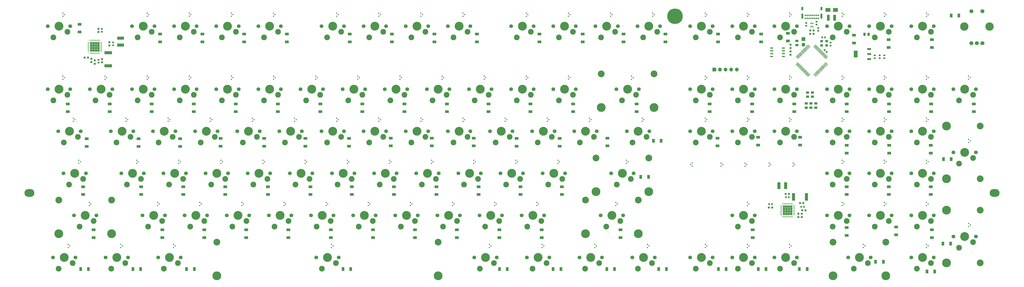
<source format=gbs>
%TF.GenerationSoftware,KiCad,Pcbnew,(5.1.7)-1*%
%TF.CreationDate,2021-06-04T23:16:26-04:00*%
%TF.ProjectId,694200101,36393432-3030-4313-9031-2e6b69636164,rev?*%
%TF.SameCoordinates,Original*%
%TF.FileFunction,Soldermask,Bot*%
%TF.FilePolarity,Negative*%
%FSLAX46Y46*%
G04 Gerber Fmt 4.6, Leading zero omitted, Abs format (unit mm)*
G04 Created by KiCad (PCBNEW (5.1.7)-1) date 2021-06-04 23:16:26*
%MOMM*%
%LPD*%
G01*
G04 APERTURE LIST*
%ADD10R,0.350000X0.750000*%
%ADD11O,0.900000X1.700000*%
%ADD12O,0.900000X2.400000*%
%ADD13C,0.700000*%
%ADD14C,3.786000*%
%ADD15C,1.800000*%
%ADD16R,1.400000X0.600000*%
%ADD17R,0.950000X0.930000*%
%ADD18R,0.930000X0.950000*%
%ADD19R,0.970000X0.900000*%
%ADD20C,0.550000*%
%ADD21R,1.100000X1.100000*%
%ADD22R,0.750000X0.200000*%
%ADD23R,0.200000X0.750000*%
%ADD24R,1.300000X1.700000*%
%ADD25R,1.700000X1.300000*%
%ADD26C,0.558800*%
%ADD27C,2.600000*%
%ADD28C,4.000000*%
%ADD29C,1.700000*%
%ADD30O,1.700000X1.700000*%
%ADD31R,1.700000X1.700000*%
%ADD32C,3.987800*%
%ADD33C,3.048000*%
%ADD34C,7.000000*%
%ADD35C,3.900000*%
%ADD36O,4.500000X3.500000*%
%ADD37R,0.862132X0.690831*%
%ADD38R,2.184400X1.651000*%
%ADD39R,0.708716X0.812132*%
%ADD40R,0.812132X0.708716*%
%ADD41R,0.812132X0.758142*%
%ADD42R,0.812132X0.708142*%
%ADD43R,0.758142X0.812132*%
%ADD44C,0.100000*%
%ADD45R,1.380000X1.010000*%
%ADD46R,1.300000X1.100000*%
%ADD47R,1.340000X3.020000*%
%ADD48R,3.020000X1.340000*%
%ADD49R,1.330000X3.460000*%
%ADD50R,3.460000X1.330000*%
%ADD51R,0.900000X0.970000*%
%ADD52R,1.761200X3.150799*%
%ADD53R,1.761200X0.850800*%
G04 APERTURE END LIST*
D10*
%TO.C,U2*%
X355490400Y-9681600D03*
X354990400Y-9681600D03*
X354490400Y-9681600D03*
X354490400Y-8301600D03*
X354990400Y-8301600D03*
X355490400Y-8301600D03*
%TD*%
D11*
%TO.C,J1*%
X359344000Y-1609000D03*
X350694000Y-1609000D03*
D12*
X359344000Y-4989000D03*
X350694000Y-4989000D03*
D13*
X355444000Y-4619000D03*
X357994000Y-4619000D03*
X357144000Y-4619000D03*
X356294000Y-4619000D03*
X352044000Y-4619000D03*
X353744000Y-4619000D03*
X354594000Y-4619000D03*
X352894000Y-4619000D03*
X357994000Y-5969000D03*
X357144000Y-5969000D03*
X356294000Y-5969000D03*
X355444000Y-5969000D03*
X354594000Y-5969000D03*
X353744000Y-5969000D03*
X352894000Y-5969000D03*
X352044000Y-5969000D03*
%TD*%
D14*
%TO.C,ENC1*%
X435305600Y-9724600D03*
X423905600Y-9724600D03*
D15*
X429605600Y-17224600D03*
X432105600Y-17224600D03*
X427105600Y-17224600D03*
X432105600Y-2724600D03*
X427105600Y-2724600D03*
%TD*%
D16*
%TO.C,U4*%
X336821000Y-23241000D03*
X336821000Y-21971000D03*
X336821000Y-20701000D03*
X336821000Y-19431000D03*
X342121000Y-19431000D03*
X342121000Y-20701000D03*
X342121000Y-21971000D03*
X342121000Y-23241000D03*
%TD*%
D17*
%TO.C,C27*%
X350671000Y-92964000D03*
X352147000Y-92964000D03*
%TD*%
D18*
%TO.C,C26*%
X30734000Y-25043000D03*
X30734000Y-26519000D03*
%TD*%
D19*
%TO.C,R22*%
X355765100Y-11482800D03*
X355765100Y-13002800D03*
%TD*%
%TO.C,R21*%
X354266500Y-11482800D03*
X354266500Y-13002800D03*
%TD*%
%TO.C,C25*%
G36*
G01*
X379280000Y-12733000D02*
X379280000Y-13683000D01*
G75*
G02*
X379030000Y-13933000I-250000J0D01*
G01*
X378530000Y-13933000D01*
G75*
G02*
X378280000Y-13683000I0J250000D01*
G01*
X378280000Y-12733000D01*
G75*
G02*
X378530000Y-12483000I250000J0D01*
G01*
X379030000Y-12483000D01*
G75*
G02*
X379280000Y-12733000I0J-250000D01*
G01*
G37*
G36*
G01*
X381180000Y-12733000D02*
X381180000Y-13683000D01*
G75*
G02*
X380930000Y-13933000I-250000J0D01*
G01*
X380430000Y-13933000D01*
G75*
G02*
X380180000Y-13683000I0J250000D01*
G01*
X380180000Y-12733000D01*
G75*
G02*
X380430000Y-12483000I250000J0D01*
G01*
X380930000Y-12483000D01*
G75*
G02*
X381180000Y-12733000I0J-250000D01*
G01*
G37*
%TD*%
D20*
%TO.C,U6*%
X342351999Y-91212400D03*
X343451999Y-91212400D03*
X344551999Y-91212400D03*
X345651999Y-91212400D03*
X342351999Y-92312400D03*
X343451999Y-92312400D03*
X344551999Y-92312400D03*
X345651999Y-92312400D03*
X342351999Y-93412400D03*
X343451999Y-93412400D03*
X344551999Y-93412400D03*
X345651999Y-93412400D03*
X342351999Y-94512400D03*
X343451999Y-94512400D03*
X344551999Y-94512400D03*
X345651999Y-94512400D03*
D21*
X342351999Y-91212400D03*
X343451999Y-91212400D03*
X344551999Y-91212400D03*
X345651999Y-91212400D03*
X342351999Y-92312400D03*
X343451999Y-92312400D03*
X344551999Y-92312400D03*
X345651999Y-92312400D03*
X342351999Y-93412400D03*
X343451999Y-93412400D03*
X344551999Y-93412400D03*
X345651999Y-93412400D03*
X342351999Y-94512400D03*
X343451999Y-94512400D03*
X344551999Y-94512400D03*
X345651999Y-94512400D03*
D22*
X346926999Y-95062400D03*
X346926999Y-94662400D03*
X346926999Y-94262400D03*
X346926999Y-93862400D03*
X346926999Y-93462400D03*
X346926999Y-93062400D03*
X346926999Y-92662400D03*
X346926999Y-92262400D03*
X346926999Y-91862400D03*
X346926999Y-91462400D03*
X346926999Y-91062400D03*
X346926999Y-90662400D03*
D23*
X346201999Y-89937400D03*
X345801999Y-89937400D03*
X345401999Y-89937400D03*
X345001999Y-89937400D03*
X344601999Y-89937400D03*
X344201999Y-89937400D03*
X343801999Y-89937400D03*
X343401999Y-89937400D03*
X343001999Y-89937400D03*
X342601999Y-89937400D03*
X342201999Y-89937400D03*
X341801999Y-89937400D03*
D22*
X341076999Y-90662400D03*
X341076999Y-91062400D03*
X341076999Y-91462400D03*
X341076999Y-91862400D03*
X341076999Y-92262400D03*
X341076999Y-92662400D03*
X341076999Y-93062400D03*
X341076999Y-93462400D03*
X341076999Y-93862400D03*
X341076999Y-94262400D03*
X341076999Y-94662400D03*
X341076999Y-95062400D03*
D23*
X341801999Y-95787400D03*
X342201999Y-95787400D03*
X342601999Y-95787400D03*
X343001999Y-95787400D03*
X343401999Y-95787400D03*
X343801999Y-95787400D03*
X344201999Y-95787400D03*
X344601999Y-95787400D03*
X345001999Y-95787400D03*
X345401999Y-95787400D03*
X345801999Y-95787400D03*
X346201999Y-95787400D03*
%TD*%
D20*
%TO.C,U5*%
X32384000Y-17273000D03*
X32384000Y-18373000D03*
X32384000Y-19473000D03*
X32384000Y-20573000D03*
X31284000Y-17273000D03*
X31284000Y-18373000D03*
X31284000Y-19473000D03*
X31284000Y-20573000D03*
X30184000Y-17273000D03*
X30184000Y-18373000D03*
X30184000Y-19473000D03*
X30184000Y-20573000D03*
X29084000Y-17273000D03*
X29084000Y-18373000D03*
X29084000Y-19473000D03*
X29084000Y-20573000D03*
D21*
X32384000Y-17273000D03*
X32384000Y-18373000D03*
X32384000Y-19473000D03*
X32384000Y-20573000D03*
X31284000Y-17273000D03*
X31284000Y-18373000D03*
X31284000Y-19473000D03*
X31284000Y-20573000D03*
X30184000Y-17273000D03*
X30184000Y-18373000D03*
X30184000Y-19473000D03*
X30184000Y-20573000D03*
X29084000Y-17273000D03*
X29084000Y-18373000D03*
X29084000Y-19473000D03*
X29084000Y-20573000D03*
D23*
X28534000Y-21848000D03*
X28934000Y-21848000D03*
X29334000Y-21848000D03*
X29734000Y-21848000D03*
X30134000Y-21848000D03*
X30534000Y-21848000D03*
X30934000Y-21848000D03*
X31334000Y-21848000D03*
X31734000Y-21848000D03*
X32134000Y-21848000D03*
X32534000Y-21848000D03*
X32934000Y-21848000D03*
D22*
X33659000Y-21123000D03*
X33659000Y-20723000D03*
X33659000Y-20323000D03*
X33659000Y-19923000D03*
X33659000Y-19523000D03*
X33659000Y-19123000D03*
X33659000Y-18723000D03*
X33659000Y-18323000D03*
X33659000Y-17923000D03*
X33659000Y-17523000D03*
X33659000Y-17123000D03*
X33659000Y-16723000D03*
D23*
X32934000Y-15998000D03*
X32534000Y-15998000D03*
X32134000Y-15998000D03*
X31734000Y-15998000D03*
X31334000Y-15998000D03*
X30934000Y-15998000D03*
X30534000Y-15998000D03*
X30134000Y-15998000D03*
X29734000Y-15998000D03*
X29334000Y-15998000D03*
X28934000Y-15998000D03*
X28534000Y-15998000D03*
D22*
X27809000Y-16723000D03*
X27809000Y-17123000D03*
X27809000Y-17523000D03*
X27809000Y-17923000D03*
X27809000Y-18323000D03*
X27809000Y-18723000D03*
X27809000Y-19123000D03*
X27809000Y-19523000D03*
X27809000Y-19923000D03*
X27809000Y-20323000D03*
X27809000Y-20723000D03*
X27809000Y-21123000D03*
%TD*%
D24*
%TO.C,D108*%
X417750000Y-108000000D03*
X414250000Y-108000000D03*
%TD*%
%TO.C,D107*%
X418000000Y-69750000D03*
X414500000Y-69750000D03*
%TD*%
D25*
%TO.C,D106*%
X428250000Y-44750000D03*
X428250000Y-48250000D03*
%TD*%
D24*
%TO.C,D105*%
X410550000Y-120600000D03*
X407050000Y-120600000D03*
%TD*%
D25*
%TO.C,D104*%
X409250000Y-101750000D03*
X409250000Y-105250000D03*
%TD*%
%TO.C,D103*%
X408750000Y-82250000D03*
X408750000Y-85750000D03*
%TD*%
%TO.C,D102*%
X408750000Y-63500000D03*
X408750000Y-67000000D03*
%TD*%
%TO.C,D101*%
X408962500Y-44750000D03*
X408962500Y-48250000D03*
%TD*%
%TO.C,D100*%
X409287500Y-15650000D03*
X409287500Y-19150000D03*
%TD*%
%TO.C,D99*%
X393065000Y-100485000D03*
X393065000Y-103985000D03*
%TD*%
%TO.C,D98*%
X389787500Y-82250000D03*
X389787500Y-85750000D03*
%TD*%
%TO.C,D97*%
X390000000Y-63500000D03*
X390000000Y-67000000D03*
%TD*%
%TO.C,D96*%
X389890000Y-44732000D03*
X389890000Y-48232000D03*
%TD*%
%TO.C,D95*%
X389750000Y-15650000D03*
X389750000Y-19150000D03*
%TD*%
D24*
%TO.C,D94*%
X421500000Y-4699000D03*
X418000000Y-4699000D03*
%TD*%
%TO.C,D93*%
X383822000Y-116205000D03*
X387322000Y-116205000D03*
%TD*%
D25*
%TO.C,D92*%
X370750000Y-100739000D03*
X370750000Y-104239000D03*
%TD*%
%TO.C,D91*%
X370750000Y-82250000D03*
X370750000Y-85750000D03*
%TD*%
%TO.C,D90*%
X370750000Y-63500000D03*
X370750000Y-67000000D03*
%TD*%
%TO.C,D89*%
X370750000Y-44750000D03*
X370750000Y-48250000D03*
%TD*%
%TO.C,D88*%
X374015000Y-13617000D03*
X374015000Y-17117000D03*
%TD*%
D24*
%TO.C,D87*%
X349350001Y-119500000D03*
X352850001Y-119500000D03*
%TD*%
D25*
%TO.C,D86*%
X349660500Y-59845000D03*
X349660500Y-63345000D03*
%TD*%
%TO.C,D85*%
X347037500Y-44750000D03*
X347037500Y-48250000D03*
%TD*%
%TO.C,D84*%
X344170000Y-12728000D03*
X344170000Y-16228000D03*
%TD*%
D24*
%TO.C,D83*%
X330750000Y-119500000D03*
X334250000Y-119500000D03*
%TD*%
D25*
%TO.C,D82*%
X328250000Y-101750000D03*
X328250000Y-105250000D03*
%TD*%
%TO.C,D81*%
X330708000Y-59845000D03*
X330708000Y-63345000D03*
%TD*%
%TO.C,D80*%
X328000000Y-44750000D03*
X328000000Y-48250000D03*
%TD*%
%TO.C,D79*%
X332060000Y-13110000D03*
X332060000Y-16610000D03*
%TD*%
D24*
%TO.C,D78*%
X312750000Y-119500000D03*
X316250000Y-119500000D03*
%TD*%
D25*
%TO.C,D77*%
X312293000Y-60226000D03*
X312293000Y-63726000D03*
%TD*%
%TO.C,D76*%
X308750000Y-44750000D03*
X308750000Y-48250000D03*
%TD*%
%TO.C,D75*%
X312560000Y-13110000D03*
X312560000Y-16610000D03*
%TD*%
D24*
%TO.C,D74*%
X285750000Y-119500000D03*
X289250000Y-119500000D03*
%TD*%
%TO.C,D73*%
X283365000Y-61468000D03*
X286865000Y-61468000D03*
%TD*%
D25*
%TO.C,D72*%
X275750000Y-44750000D03*
X275750000Y-48250000D03*
%TD*%
%TO.C,D71*%
X288810000Y-13110000D03*
X288810000Y-16610000D03*
%TD*%
D24*
%TO.C,D70*%
X262250000Y-119500000D03*
X265750000Y-119500000D03*
%TD*%
D25*
%TO.C,D69*%
X268500000Y-101750000D03*
X268500000Y-105250000D03*
%TD*%
D24*
%TO.C,D68*%
X277650000Y-77800000D03*
X281150000Y-77800000D03*
%TD*%
D25*
%TO.C,D67*%
X262509000Y-60226000D03*
X262509000Y-63726000D03*
%TD*%
%TO.C,D66*%
X269810000Y-13110000D03*
X269810000Y-16610000D03*
%TD*%
%TO.C,D65*%
X242000000Y-82250000D03*
X242000000Y-85750000D03*
%TD*%
%TO.C,D64*%
X240919000Y-60353000D03*
X240919000Y-63853000D03*
%TD*%
%TO.C,D63*%
X247037500Y-44750000D03*
X247037500Y-48250000D03*
%TD*%
%TO.C,D62*%
X251333000Y-13109000D03*
X251333000Y-16609000D03*
%TD*%
D24*
%TO.C,D61*%
X238000000Y-119500000D03*
X241500000Y-119500000D03*
%TD*%
D25*
%TO.C,D60*%
X232787500Y-101750000D03*
X232787500Y-105250000D03*
%TD*%
%TO.C,D59*%
X223287500Y-82250000D03*
X223287500Y-85750000D03*
%TD*%
%TO.C,D58*%
X221488000Y-60353000D03*
X221488000Y-63853000D03*
%TD*%
%TO.C,D57*%
X227750000Y-44750000D03*
X227750000Y-48250000D03*
%TD*%
%TO.C,D56*%
X231810000Y-13110000D03*
X231810000Y-16610000D03*
%TD*%
D24*
%TO.C,D55*%
X213750000Y-119500000D03*
X217250000Y-119500000D03*
%TD*%
D25*
%TO.C,D54*%
X213712500Y-101750000D03*
X213712500Y-105250000D03*
%TD*%
%TO.C,D53*%
X204250000Y-82250000D03*
X204250000Y-85750000D03*
%TD*%
%TO.C,D52*%
X202057000Y-60226000D03*
X202057000Y-63726000D03*
%TD*%
%TO.C,D51*%
X208750000Y-44750000D03*
X208750000Y-48250000D03*
%TD*%
%TO.C,D50*%
X203560000Y-13110000D03*
X203560000Y-16610000D03*
%TD*%
%TO.C,D49*%
X194500000Y-101750000D03*
X194500000Y-105250000D03*
%TD*%
%TO.C,D48*%
X185250000Y-82250000D03*
X185250000Y-85750000D03*
%TD*%
%TO.C,D47*%
X183134000Y-60226000D03*
X183134000Y-63726000D03*
%TD*%
%TO.C,D46*%
X190000000Y-44750000D03*
X190000000Y-48250000D03*
%TD*%
%TO.C,D45*%
X184310000Y-13110000D03*
X184310000Y-16610000D03*
%TD*%
%TO.C,D44*%
X175500000Y-101750000D03*
X175500000Y-105250000D03*
%TD*%
%TO.C,D43*%
X166000000Y-82250000D03*
X166000000Y-85750000D03*
%TD*%
%TO.C,D42*%
X164592000Y-60226000D03*
X164592000Y-63726000D03*
%TD*%
%TO.C,D41*%
X170750000Y-44750000D03*
X170750000Y-48250000D03*
%TD*%
%TO.C,D40*%
X165060000Y-13110000D03*
X165060000Y-16610000D03*
%TD*%
%TO.C,D39*%
X156500000Y-101750000D03*
X156500000Y-105250000D03*
%TD*%
%TO.C,D38*%
X147000000Y-82250000D03*
X147000000Y-85750000D03*
%TD*%
%TO.C,D37*%
X145669000Y-60353000D03*
X145669000Y-63853000D03*
%TD*%
%TO.C,D36*%
X151750000Y-44750000D03*
X151750000Y-48250000D03*
%TD*%
%TO.C,D35*%
X146060000Y-13110000D03*
X146060000Y-16610000D03*
%TD*%
D24*
%TO.C,D34*%
X143000000Y-119500000D03*
X146500000Y-119500000D03*
%TD*%
D25*
%TO.C,D33*%
X137500000Y-101750000D03*
X137500000Y-105250000D03*
%TD*%
%TO.C,D32*%
X128250000Y-82250000D03*
X128250000Y-85750000D03*
%TD*%
%TO.C,D31*%
X125984000Y-60353000D03*
X125984000Y-63853000D03*
%TD*%
%TO.C,D30*%
X132750000Y-44750000D03*
X132750000Y-48250000D03*
%TD*%
%TO.C,D29*%
X118250000Y-101750000D03*
X118250000Y-105250000D03*
%TD*%
%TO.C,D28*%
X109000000Y-82250000D03*
X109000000Y-85750000D03*
%TD*%
%TO.C,D27*%
X107315000Y-60353000D03*
X107315000Y-63853000D03*
%TD*%
%TO.C,D26*%
X113500000Y-44750000D03*
X113500000Y-48250000D03*
%TD*%
%TO.C,D25*%
X117560000Y-13110000D03*
X117560000Y-16610000D03*
%TD*%
%TO.C,D24*%
X99250000Y-101750000D03*
X99250000Y-105250000D03*
%TD*%
%TO.C,D23*%
X89750000Y-82250000D03*
X89750000Y-85750000D03*
%TD*%
%TO.C,D22*%
X87630000Y-60353000D03*
X87630000Y-63853000D03*
%TD*%
%TO.C,D21*%
X94500000Y-44750000D03*
X94500000Y-48250000D03*
%TD*%
%TO.C,D20*%
X98310000Y-13110000D03*
X98310000Y-16610000D03*
%TD*%
D24*
%TO.C,D19*%
X72250000Y-119500000D03*
X75750000Y-119500000D03*
%TD*%
D25*
%TO.C,D18*%
X80250000Y-101750000D03*
X80250000Y-105250000D03*
%TD*%
%TO.C,D17*%
X70750000Y-82250000D03*
X70750000Y-85750000D03*
%TD*%
%TO.C,D16*%
X69342000Y-60480000D03*
X69342000Y-63980000D03*
%TD*%
%TO.C,D15*%
X75500000Y-44750000D03*
X75500000Y-48250000D03*
%TD*%
%TO.C,D14*%
X79375000Y-13110000D03*
X79375000Y-16610000D03*
%TD*%
%TO.C,D13*%
X61250000Y-101750000D03*
X61250000Y-105250000D03*
%TD*%
%TO.C,D12*%
X51750000Y-82250000D03*
X51750000Y-85750000D03*
%TD*%
%TO.C,D11*%
X50546000Y-60480000D03*
X50546000Y-63980000D03*
%TD*%
%TO.C,D10*%
X56500000Y-44750000D03*
X56500000Y-48250000D03*
%TD*%
%TO.C,D9*%
X60310000Y-13110000D03*
X60310000Y-16610000D03*
%TD*%
D24*
%TO.C,D8*%
X48000000Y-119500000D03*
X51500000Y-119500000D03*
%TD*%
D25*
%TO.C,D7*%
X30250000Y-101750000D03*
X30250000Y-105250000D03*
%TD*%
%TO.C,D6*%
X37500000Y-44750000D03*
X37500000Y-48250000D03*
%TD*%
D24*
%TO.C,D5*%
X24350001Y-119500000D03*
X27850001Y-119500000D03*
%TD*%
D25*
%TO.C,D4*%
X25500000Y-82250000D03*
X25500000Y-85750000D03*
%TD*%
%TO.C,D3*%
X27051000Y-60480000D03*
X27051000Y-63980000D03*
%TD*%
%TO.C,D2*%
X18500000Y-44750000D03*
X18500000Y-48250000D03*
%TD*%
%TO.C,D1*%
X23876000Y-12164000D03*
X23876000Y-8664000D03*
%TD*%
D26*
%TO.C,D124*%
X68712500Y-71712000D03*
X69412500Y-70950000D03*
X68712500Y-70250000D03*
%TD*%
%TO.C,D220*%
X313964550Y-72962000D03*
X314664550Y-72200000D03*
X313964550Y-71500000D03*
%TD*%
%TO.C,D219*%
X406850000Y-5037000D03*
X407550000Y-4275000D03*
X406850000Y-3575000D03*
%TD*%
%TO.C,D218*%
X344937500Y-109812000D03*
X345637500Y-109050000D03*
X344937500Y-108350000D03*
%TD*%
%TO.C,D217*%
X300900000Y-71438000D03*
X300200000Y-72200000D03*
X300900000Y-72900000D03*
%TD*%
%TO.C,D216*%
X324809699Y-72962000D03*
X325509699Y-72200000D03*
X324809699Y-71500000D03*
%TD*%
%TO.C,D215*%
X387800000Y-5037000D03*
X388500000Y-4275000D03*
X387800000Y-3575000D03*
%TD*%
%TO.C,D214*%
X325887500Y-109812000D03*
X326587500Y-109050000D03*
X325887500Y-108350000D03*
%TD*%
%TO.C,D213*%
X325887500Y-90762000D03*
X326587500Y-90000000D03*
X325887500Y-89300000D03*
%TD*%
%TO.C,D212*%
X335654848Y-72962000D03*
X336354848Y-72200000D03*
X335654848Y-71500000D03*
%TD*%
%TO.C,D211*%
X368750000Y-5037000D03*
X369450000Y-4275000D03*
X368750000Y-3575000D03*
%TD*%
%TO.C,D210*%
X306837500Y-109812000D03*
X307537500Y-109050000D03*
X306837500Y-108350000D03*
%TD*%
%TO.C,D209*%
X266356250Y-90762000D03*
X267056250Y-90000000D03*
X266356250Y-89300000D03*
%TD*%
%TO.C,D208*%
X346500000Y-72962000D03*
X347200000Y-72200000D03*
X346500000Y-71500000D03*
%TD*%
%TO.C,D207*%
X368750000Y-33612000D03*
X369450000Y-32850000D03*
X368750000Y-32150000D03*
%TD*%
%TO.C,D206*%
X280643750Y-109812000D03*
X281343750Y-109050000D03*
X280643750Y-108350000D03*
%TD*%
%TO.C,D205*%
X230637500Y-90762000D03*
X231337500Y-90000000D03*
X230637500Y-89300000D03*
%TD*%
%TO.C,D204*%
X425900000Y-33612000D03*
X426600000Y-32850000D03*
X425900000Y-32150000D03*
%TD*%
%TO.C,D203*%
X387800000Y-33612000D03*
X388500000Y-32850000D03*
X387800000Y-32150000D03*
%TD*%
%TO.C,D202*%
X256831250Y-109812000D03*
X257531250Y-109050000D03*
X256831250Y-108350000D03*
%TD*%
%TO.C,D201*%
X211587500Y-90762000D03*
X212287500Y-90000000D03*
X211587500Y-89300000D03*
%TD*%
%TO.C,D200*%
X378275000Y-109812000D03*
X378975000Y-109050000D03*
X378275000Y-108350000D03*
%TD*%
%TO.C,D199*%
X368750000Y-52662000D03*
X369450000Y-51900000D03*
X368750000Y-51200000D03*
%TD*%
%TO.C,D198*%
X233018750Y-109812000D03*
X233718750Y-109050000D03*
X233018750Y-108350000D03*
%TD*%
%TO.C,D197*%
X192537500Y-90762000D03*
X193237500Y-90000000D03*
X192537500Y-89300000D03*
%TD*%
%TO.C,D196*%
X425900000Y-62187000D03*
X426600000Y-61425000D03*
X425900000Y-60725000D03*
%TD*%
%TO.C,D195*%
X406850000Y-52662000D03*
X407550000Y-51900000D03*
X406850000Y-51200000D03*
%TD*%
%TO.C,D194*%
X209206250Y-109812000D03*
X209906250Y-109050000D03*
X209206250Y-108350000D03*
%TD*%
%TO.C,D193*%
X173487500Y-90762000D03*
X174187500Y-90000000D03*
X173487500Y-89300000D03*
%TD*%
%TO.C,D192*%
X425900000Y-100287000D03*
X426600000Y-99525000D03*
X425900000Y-98825000D03*
%TD*%
%TO.C,D191*%
X387800000Y-52662000D03*
X388500000Y-51900000D03*
X387800000Y-51200000D03*
%TD*%
%TO.C,D190*%
X137768750Y-109812000D03*
X138468750Y-109050000D03*
X137768750Y-108350000D03*
%TD*%
%TO.C,D189*%
X154437500Y-90762000D03*
X155137500Y-90000000D03*
X154437500Y-89300000D03*
%TD*%
%TO.C,D188*%
X406850000Y-109812000D03*
X407550000Y-109050000D03*
X406850000Y-108350000D03*
%TD*%
%TO.C,D187*%
X406850000Y-33612000D03*
X407550000Y-32850000D03*
X406850000Y-32150000D03*
%TD*%
%TO.C,D186*%
X116337500Y-90762000D03*
X117037500Y-90000000D03*
X116337500Y-89300000D03*
%TD*%
%TO.C,D185*%
X135387500Y-90762000D03*
X136087500Y-90000000D03*
X135387500Y-89300000D03*
%TD*%
%TO.C,D184*%
X406850000Y-90762000D03*
X407550000Y-90000000D03*
X406850000Y-89300000D03*
%TD*%
%TO.C,D183*%
X406850000Y-71712000D03*
X407550000Y-70950000D03*
X406850000Y-70250000D03*
%TD*%
%TO.C,D182*%
X66331250Y-109812000D03*
X67031250Y-109050000D03*
X66331250Y-108350000D03*
%TD*%
%TO.C,D181*%
X97287500Y-90762000D03*
X97987500Y-90000000D03*
X97287500Y-89300000D03*
%TD*%
%TO.C,D180*%
X387800000Y-90762000D03*
X388500000Y-90000000D03*
X387800000Y-89300000D03*
%TD*%
%TO.C,D179*%
X387800000Y-71712000D03*
X388500000Y-70950000D03*
X387800000Y-70250000D03*
%TD*%
%TO.C,D178*%
X42518750Y-109812000D03*
X43218750Y-109050000D03*
X42518750Y-108350000D03*
%TD*%
%TO.C,D177*%
X78237500Y-90762000D03*
X78937500Y-90000000D03*
X78237500Y-89300000D03*
%TD*%
%TO.C,D176*%
X368750000Y-90762000D03*
X369450000Y-90000000D03*
X368750000Y-89300000D03*
%TD*%
%TO.C,D175*%
X368750000Y-71712000D03*
X369450000Y-70950000D03*
X368750000Y-70250000D03*
%TD*%
%TO.C,D174*%
X18706250Y-109812000D03*
X19406250Y-109050000D03*
X18706250Y-108350000D03*
%TD*%
%TO.C,D173*%
X59187500Y-90762000D03*
X59887500Y-90000000D03*
X59187500Y-89300000D03*
%TD*%
%TO.C,D172*%
X344937500Y-33612000D03*
X345637500Y-32850000D03*
X344937500Y-32150000D03*
%TD*%
%TO.C,D171*%
X325887500Y-52662000D03*
X326587500Y-51900000D03*
X325887500Y-51200000D03*
%TD*%
%TO.C,D170*%
X325887500Y-33612000D03*
X326587500Y-32850000D03*
X325887500Y-32150000D03*
%TD*%
%TO.C,D169*%
X344937500Y-5037000D03*
X345637500Y-4275000D03*
X344937500Y-3575000D03*
%TD*%
%TO.C,D168*%
X344937500Y-52662000D03*
X345637500Y-51900000D03*
X344937500Y-51200000D03*
%TD*%
%TO.C,D167*%
X306837500Y-52662000D03*
X307537500Y-51900000D03*
X306837500Y-51200000D03*
%TD*%
%TO.C,D166*%
X306837500Y-33612000D03*
X307537500Y-32850000D03*
X306837500Y-32150000D03*
%TD*%
%TO.C,D165*%
X325887500Y-5037000D03*
X326587500Y-4275000D03*
X325887500Y-3575000D03*
%TD*%
%TO.C,D164*%
X271118750Y-71712000D03*
X271818750Y-70950000D03*
X271118750Y-70250000D03*
%TD*%
%TO.C,D163*%
X278262500Y-52662000D03*
X278962500Y-51900000D03*
X278262500Y-51200000D03*
%TD*%
%TO.C,D162*%
X273500000Y-33612000D03*
X274200000Y-32850000D03*
X273500000Y-32150000D03*
%TD*%
%TO.C,D161*%
X306837500Y-5037000D03*
X307537500Y-4275000D03*
X306837500Y-3575000D03*
%TD*%
%TO.C,D160*%
X240162500Y-71712000D03*
X240862500Y-70950000D03*
X240162500Y-70250000D03*
%TD*%
%TO.C,D159*%
X254450000Y-52662000D03*
X255150000Y-51900000D03*
X254450000Y-51200000D03*
%TD*%
%TO.C,D158*%
X244925000Y-33612000D03*
X245625000Y-32850000D03*
X244925000Y-32150000D03*
%TD*%
%TO.C,D157*%
X283025000Y-5037000D03*
X283725000Y-4275000D03*
X283025000Y-3575000D03*
%TD*%
%TO.C,D156*%
X221112500Y-71712000D03*
X221812500Y-70950000D03*
X221112500Y-70250000D03*
%TD*%
%TO.C,D155*%
X235400000Y-52662000D03*
X236100000Y-51900000D03*
X235400000Y-51200000D03*
%TD*%
%TO.C,D154*%
X225875000Y-33612000D03*
X226575000Y-32850000D03*
X225875000Y-32150000D03*
%TD*%
%TO.C,D153*%
X263975000Y-5037000D03*
X264675000Y-4275000D03*
X263975000Y-3575000D03*
%TD*%
%TO.C,D152*%
X202062500Y-71712000D03*
X202762500Y-70950000D03*
X202062500Y-70250000D03*
%TD*%
%TO.C,D151*%
X216350000Y-52662000D03*
X217050000Y-51900000D03*
X216350000Y-51200000D03*
%TD*%
%TO.C,D150*%
X206825000Y-33612000D03*
X207525000Y-32850000D03*
X206825000Y-32150000D03*
%TD*%
%TO.C,D149*%
X244925000Y-5037000D03*
X245625000Y-4275000D03*
X244925000Y-3575000D03*
%TD*%
%TO.C,D148*%
X183012500Y-71712000D03*
X183712500Y-70950000D03*
X183012500Y-70250000D03*
%TD*%
%TO.C,D147*%
X197300000Y-52662000D03*
X198000000Y-51900000D03*
X197300000Y-51200000D03*
%TD*%
%TO.C,D146*%
X187775000Y-33612000D03*
X188475000Y-32850000D03*
X187775000Y-32150000D03*
%TD*%
%TO.C,D145*%
X225875000Y-5037000D03*
X226575000Y-4275000D03*
X225875000Y-3575000D03*
%TD*%
%TO.C,D144*%
X163962500Y-71712000D03*
X164662500Y-70950000D03*
X163962500Y-70250000D03*
%TD*%
%TO.C,D143*%
X178250000Y-52662000D03*
X178950000Y-51900000D03*
X178250000Y-51200000D03*
%TD*%
%TO.C,D142*%
X168725000Y-33612000D03*
X169425000Y-32850000D03*
X168725000Y-32150000D03*
%TD*%
%TO.C,D141*%
X197300000Y-5037000D03*
X198000000Y-4275000D03*
X197300000Y-3575000D03*
%TD*%
%TO.C,D140*%
X144912500Y-71712000D03*
X145612500Y-70950000D03*
X144912500Y-70250000D03*
%TD*%
%TO.C,D139*%
X159200000Y-52662000D03*
X159900000Y-51900000D03*
X159200000Y-51200000D03*
%TD*%
%TO.C,D138*%
X149675000Y-33612000D03*
X150375000Y-32850000D03*
X149675000Y-32150000D03*
%TD*%
%TO.C,D137*%
X178250000Y-5037000D03*
X178950000Y-4275000D03*
X178250000Y-3575000D03*
%TD*%
%TO.C,D136*%
X125862500Y-71712000D03*
X126562500Y-70950000D03*
X125862500Y-70250000D03*
%TD*%
%TO.C,D135*%
X140150000Y-52662000D03*
X140850000Y-51900000D03*
X140150000Y-51200000D03*
%TD*%
%TO.C,D134*%
X130625000Y-33612000D03*
X131325000Y-32850000D03*
X130625000Y-32150000D03*
%TD*%
%TO.C,D133*%
X159200000Y-5037000D03*
X159900000Y-4275000D03*
X159200000Y-3575000D03*
%TD*%
%TO.C,D132*%
X106812500Y-71712000D03*
X107512500Y-70950000D03*
X106812500Y-70250000D03*
%TD*%
%TO.C,D131*%
X121100000Y-52662000D03*
X121800000Y-51900000D03*
X121100000Y-51200000D03*
%TD*%
%TO.C,D130*%
X111575000Y-33612000D03*
X112275000Y-32850000D03*
X111575000Y-32150000D03*
%TD*%
%TO.C,D129*%
X140150000Y-5037000D03*
X140850000Y-4275000D03*
X140150000Y-3575000D03*
%TD*%
%TO.C,D128*%
X87762500Y-71712000D03*
X88462500Y-70950000D03*
X87762500Y-70250000D03*
%TD*%
%TO.C,D127*%
X102050000Y-52662000D03*
X102750000Y-51900000D03*
X102050000Y-51200000D03*
%TD*%
%TO.C,D126*%
X92525000Y-33612000D03*
X93225000Y-32850000D03*
X92525000Y-32150000D03*
%TD*%
%TO.C,D125*%
X111575000Y-5037000D03*
X112275000Y-4275000D03*
X111575000Y-3575000D03*
%TD*%
%TO.C,D123*%
X83000000Y-52662000D03*
X83700000Y-51900000D03*
X83000000Y-51200000D03*
%TD*%
%TO.C,D122*%
X73475000Y-33612000D03*
X74175000Y-32850000D03*
X73475000Y-32150000D03*
%TD*%
%TO.C,D121*%
X92525000Y-5037000D03*
X93225000Y-4275000D03*
X92525000Y-3575000D03*
%TD*%
%TO.C,D120*%
X49662500Y-71712000D03*
X50362500Y-70950000D03*
X49662500Y-70250000D03*
%TD*%
%TO.C,D119*%
X63950000Y-52662000D03*
X64650000Y-51900000D03*
X63950000Y-51200000D03*
%TD*%
%TO.C,D118*%
X54425000Y-33612000D03*
X55125000Y-32850000D03*
X54425000Y-32150000D03*
%TD*%
%TO.C,D117*%
X73475000Y-5037000D03*
X74175000Y-4275000D03*
X73475000Y-3575000D03*
%TD*%
%TO.C,D116*%
X28231250Y-90762000D03*
X28931250Y-90000000D03*
X28231250Y-89300000D03*
%TD*%
%TO.C,D115*%
X44900000Y-52662000D03*
X45600000Y-51900000D03*
X44900000Y-51200000D03*
%TD*%
%TO.C,D114*%
X35375000Y-33612000D03*
X36075000Y-32850000D03*
X35375000Y-32150000D03*
%TD*%
%TO.C,D113*%
X54425000Y-5037000D03*
X55125000Y-4275000D03*
X54425000Y-3575000D03*
%TD*%
%TO.C,D112*%
X23468750Y-71712000D03*
X24168750Y-70950000D03*
X23468750Y-70250000D03*
%TD*%
%TO.C,D111*%
X21087500Y-52662000D03*
X21787500Y-51900000D03*
X21087500Y-51200000D03*
%TD*%
%TO.C,D110*%
X16325000Y-33612000D03*
X17025000Y-32850000D03*
X16325000Y-32150000D03*
%TD*%
%TO.C,D109*%
X16325000Y-5037000D03*
X17025000Y-4275000D03*
X16325000Y-3575000D03*
%TD*%
D27*
%TO.C,SW77*%
X308847500Y-59690000D03*
X302497500Y-62230000D03*
D28*
X305037500Y-57150000D03*
D29*
X310117500Y-57150000D03*
X299957500Y-57150000D03*
%TD*%
%TO.C,F1*%
G36*
G01*
X364630000Y-6790000D02*
X364630000Y-4640000D01*
G75*
G02*
X364880000Y-4390000I250000J0D01*
G01*
X365630000Y-4390000D01*
G75*
G02*
X365880000Y-4640000I0J-250000D01*
G01*
X365880000Y-6790000D01*
G75*
G02*
X365630000Y-7040000I-250000J0D01*
G01*
X364880000Y-7040000D01*
G75*
G02*
X364630000Y-6790000I0J250000D01*
G01*
G37*
G36*
G01*
X361830000Y-6790000D02*
X361830000Y-4640000D01*
G75*
G02*
X362080000Y-4390000I250000J0D01*
G01*
X362830000Y-4390000D01*
G75*
G02*
X363080000Y-4640000I0J-250000D01*
G01*
X363080000Y-6790000D01*
G75*
G02*
X362830000Y-7040000I-250000J0D01*
G01*
X362080000Y-7040000D01*
G75*
G02*
X361830000Y-6790000I0J250000D01*
G01*
G37*
%TD*%
D30*
%TO.C,J2*%
X321056000Y-29210000D03*
X318516000Y-29210000D03*
X315976000Y-29210000D03*
X313436000Y-29210000D03*
D31*
X310896000Y-29210000D03*
%TD*%
%TO.C,U3*%
G36*
G01*
X353214910Y-17880478D02*
X354204860Y-18870428D01*
G75*
G02*
X354204860Y-18976494I-53033J-53033D01*
G01*
X354098794Y-19082560D01*
G75*
G02*
X353992728Y-19082560I-53033J53033D01*
G01*
X353002778Y-18092610D01*
G75*
G02*
X353002778Y-17986544I53033J53033D01*
G01*
X353108844Y-17880478D01*
G75*
G02*
X353214910Y-17880478I53033J-53033D01*
G01*
G37*
G36*
G01*
X352861357Y-18234031D02*
X353851307Y-19223981D01*
G75*
G02*
X353851307Y-19330047I-53033J-53033D01*
G01*
X353745241Y-19436113D01*
G75*
G02*
X353639175Y-19436113I-53033J53033D01*
G01*
X352649225Y-18446163D01*
G75*
G02*
X352649225Y-18340097I53033J53033D01*
G01*
X352755291Y-18234031D01*
G75*
G02*
X352861357Y-18234031I53033J-53033D01*
G01*
G37*
G36*
G01*
X352507804Y-18587584D02*
X353497754Y-19577534D01*
G75*
G02*
X353497754Y-19683600I-53033J-53033D01*
G01*
X353391688Y-19789666D01*
G75*
G02*
X353285622Y-19789666I-53033J53033D01*
G01*
X352295672Y-18799716D01*
G75*
G02*
X352295672Y-18693650I53033J53033D01*
G01*
X352401738Y-18587584D01*
G75*
G02*
X352507804Y-18587584I53033J-53033D01*
G01*
G37*
G36*
G01*
X352154250Y-18941138D02*
X353144200Y-19931088D01*
G75*
G02*
X353144200Y-20037154I-53033J-53033D01*
G01*
X353038134Y-20143220D01*
G75*
G02*
X352932068Y-20143220I-53033J53033D01*
G01*
X351942118Y-19153270D01*
G75*
G02*
X351942118Y-19047204I53033J53033D01*
G01*
X352048184Y-18941138D01*
G75*
G02*
X352154250Y-18941138I53033J-53033D01*
G01*
G37*
G36*
G01*
X351800697Y-19294691D02*
X352790647Y-20284641D01*
G75*
G02*
X352790647Y-20390707I-53033J-53033D01*
G01*
X352684581Y-20496773D01*
G75*
G02*
X352578515Y-20496773I-53033J53033D01*
G01*
X351588565Y-19506823D01*
G75*
G02*
X351588565Y-19400757I53033J53033D01*
G01*
X351694631Y-19294691D01*
G75*
G02*
X351800697Y-19294691I53033J-53033D01*
G01*
G37*
G36*
G01*
X351447143Y-19648245D02*
X352437093Y-20638195D01*
G75*
G02*
X352437093Y-20744261I-53033J-53033D01*
G01*
X352331027Y-20850327D01*
G75*
G02*
X352224961Y-20850327I-53033J53033D01*
G01*
X351235011Y-19860377D01*
G75*
G02*
X351235011Y-19754311I53033J53033D01*
G01*
X351341077Y-19648245D01*
G75*
G02*
X351447143Y-19648245I53033J-53033D01*
G01*
G37*
G36*
G01*
X351093590Y-20001798D02*
X352083540Y-20991748D01*
G75*
G02*
X352083540Y-21097814I-53033J-53033D01*
G01*
X351977474Y-21203880D01*
G75*
G02*
X351871408Y-21203880I-53033J53033D01*
G01*
X350881458Y-20213930D01*
G75*
G02*
X350881458Y-20107864I53033J53033D01*
G01*
X350987524Y-20001798D01*
G75*
G02*
X351093590Y-20001798I53033J-53033D01*
G01*
G37*
G36*
G01*
X350740037Y-20355351D02*
X351729987Y-21345301D01*
G75*
G02*
X351729987Y-21451367I-53033J-53033D01*
G01*
X351623921Y-21557433D01*
G75*
G02*
X351517855Y-21557433I-53033J53033D01*
G01*
X350527905Y-20567483D01*
G75*
G02*
X350527905Y-20461417I53033J53033D01*
G01*
X350633971Y-20355351D01*
G75*
G02*
X350740037Y-20355351I53033J-53033D01*
G01*
G37*
G36*
G01*
X350386483Y-20708905D02*
X351376433Y-21698855D01*
G75*
G02*
X351376433Y-21804921I-53033J-53033D01*
G01*
X351270367Y-21910987D01*
G75*
G02*
X351164301Y-21910987I-53033J53033D01*
G01*
X350174351Y-20921037D01*
G75*
G02*
X350174351Y-20814971I53033J53033D01*
G01*
X350280417Y-20708905D01*
G75*
G02*
X350386483Y-20708905I53033J-53033D01*
G01*
G37*
G36*
G01*
X350032930Y-21062458D02*
X351022880Y-22052408D01*
G75*
G02*
X351022880Y-22158474I-53033J-53033D01*
G01*
X350916814Y-22264540D01*
G75*
G02*
X350810748Y-22264540I-53033J53033D01*
G01*
X349820798Y-21274590D01*
G75*
G02*
X349820798Y-21168524I53033J53033D01*
G01*
X349926864Y-21062458D01*
G75*
G02*
X350032930Y-21062458I53033J-53033D01*
G01*
G37*
G36*
G01*
X349679377Y-21416011D02*
X350669327Y-22405961D01*
G75*
G02*
X350669327Y-22512027I-53033J-53033D01*
G01*
X350563261Y-22618093D01*
G75*
G02*
X350457195Y-22618093I-53033J53033D01*
G01*
X349467245Y-21628143D01*
G75*
G02*
X349467245Y-21522077I53033J53033D01*
G01*
X349573311Y-21416011D01*
G75*
G02*
X349679377Y-21416011I53033J-53033D01*
G01*
G37*
G36*
G01*
X349325823Y-21769565D02*
X350315773Y-22759515D01*
G75*
G02*
X350315773Y-22865581I-53033J-53033D01*
G01*
X350209707Y-22971647D01*
G75*
G02*
X350103641Y-22971647I-53033J53033D01*
G01*
X349113691Y-21981697D01*
G75*
G02*
X349113691Y-21875631I53033J53033D01*
G01*
X349219757Y-21769565D01*
G75*
G02*
X349325823Y-21769565I53033J-53033D01*
G01*
G37*
G36*
G01*
X348972270Y-22123118D02*
X349962220Y-23113068D01*
G75*
G02*
X349962220Y-23219134I-53033J-53033D01*
G01*
X349856154Y-23325200D01*
G75*
G02*
X349750088Y-23325200I-53033J53033D01*
G01*
X348760138Y-22335250D01*
G75*
G02*
X348760138Y-22229184I53033J53033D01*
G01*
X348866204Y-22123118D01*
G75*
G02*
X348972270Y-22123118I53033J-53033D01*
G01*
G37*
G36*
G01*
X348618716Y-22476672D02*
X349608666Y-23466622D01*
G75*
G02*
X349608666Y-23572688I-53033J-53033D01*
G01*
X349502600Y-23678754D01*
G75*
G02*
X349396534Y-23678754I-53033J53033D01*
G01*
X348406584Y-22688804D01*
G75*
G02*
X348406584Y-22582738I53033J53033D01*
G01*
X348512650Y-22476672D01*
G75*
G02*
X348618716Y-22476672I53033J-53033D01*
G01*
G37*
G36*
G01*
X348265163Y-22830225D02*
X349255113Y-23820175D01*
G75*
G02*
X349255113Y-23926241I-53033J-53033D01*
G01*
X349149047Y-24032307D01*
G75*
G02*
X349042981Y-24032307I-53033J53033D01*
G01*
X348053031Y-23042357D01*
G75*
G02*
X348053031Y-22936291I53033J53033D01*
G01*
X348159097Y-22830225D01*
G75*
G02*
X348265163Y-22830225I53033J-53033D01*
G01*
G37*
G36*
G01*
X347911610Y-23183778D02*
X348901560Y-24173728D01*
G75*
G02*
X348901560Y-24279794I-53033J-53033D01*
G01*
X348795494Y-24385860D01*
G75*
G02*
X348689428Y-24385860I-53033J53033D01*
G01*
X347699478Y-23395910D01*
G75*
G02*
X347699478Y-23289844I53033J53033D01*
G01*
X347805544Y-23183778D01*
G75*
G02*
X347911610Y-23183778I53033J-53033D01*
G01*
G37*
G36*
G01*
X348795494Y-25906140D02*
X348901560Y-26012206D01*
G75*
G02*
X348901560Y-26118272I-53033J-53033D01*
G01*
X347911610Y-27108222D01*
G75*
G02*
X347805544Y-27108222I-53033J53033D01*
G01*
X347699478Y-27002156D01*
G75*
G02*
X347699478Y-26896090I53033J53033D01*
G01*
X348689428Y-25906140D01*
G75*
G02*
X348795494Y-25906140I53033J-53033D01*
G01*
G37*
G36*
G01*
X349149047Y-26259693D02*
X349255113Y-26365759D01*
G75*
G02*
X349255113Y-26471825I-53033J-53033D01*
G01*
X348265163Y-27461775D01*
G75*
G02*
X348159097Y-27461775I-53033J53033D01*
G01*
X348053031Y-27355709D01*
G75*
G02*
X348053031Y-27249643I53033J53033D01*
G01*
X349042981Y-26259693D01*
G75*
G02*
X349149047Y-26259693I53033J-53033D01*
G01*
G37*
G36*
G01*
X349502600Y-26613246D02*
X349608666Y-26719312D01*
G75*
G02*
X349608666Y-26825378I-53033J-53033D01*
G01*
X348618716Y-27815328D01*
G75*
G02*
X348512650Y-27815328I-53033J53033D01*
G01*
X348406584Y-27709262D01*
G75*
G02*
X348406584Y-27603196I53033J53033D01*
G01*
X349396534Y-26613246D01*
G75*
G02*
X349502600Y-26613246I53033J-53033D01*
G01*
G37*
G36*
G01*
X349856154Y-26966800D02*
X349962220Y-27072866D01*
G75*
G02*
X349962220Y-27178932I-53033J-53033D01*
G01*
X348972270Y-28168882D01*
G75*
G02*
X348866204Y-28168882I-53033J53033D01*
G01*
X348760138Y-28062816D01*
G75*
G02*
X348760138Y-27956750I53033J53033D01*
G01*
X349750088Y-26966800D01*
G75*
G02*
X349856154Y-26966800I53033J-53033D01*
G01*
G37*
G36*
G01*
X350209707Y-27320353D02*
X350315773Y-27426419D01*
G75*
G02*
X350315773Y-27532485I-53033J-53033D01*
G01*
X349325823Y-28522435D01*
G75*
G02*
X349219757Y-28522435I-53033J53033D01*
G01*
X349113691Y-28416369D01*
G75*
G02*
X349113691Y-28310303I53033J53033D01*
G01*
X350103641Y-27320353D01*
G75*
G02*
X350209707Y-27320353I53033J-53033D01*
G01*
G37*
G36*
G01*
X350563261Y-27673907D02*
X350669327Y-27779973D01*
G75*
G02*
X350669327Y-27886039I-53033J-53033D01*
G01*
X349679377Y-28875989D01*
G75*
G02*
X349573311Y-28875989I-53033J53033D01*
G01*
X349467245Y-28769923D01*
G75*
G02*
X349467245Y-28663857I53033J53033D01*
G01*
X350457195Y-27673907D01*
G75*
G02*
X350563261Y-27673907I53033J-53033D01*
G01*
G37*
G36*
G01*
X350916814Y-28027460D02*
X351022880Y-28133526D01*
G75*
G02*
X351022880Y-28239592I-53033J-53033D01*
G01*
X350032930Y-29229542D01*
G75*
G02*
X349926864Y-29229542I-53033J53033D01*
G01*
X349820798Y-29123476D01*
G75*
G02*
X349820798Y-29017410I53033J53033D01*
G01*
X350810748Y-28027460D01*
G75*
G02*
X350916814Y-28027460I53033J-53033D01*
G01*
G37*
G36*
G01*
X351270367Y-28381013D02*
X351376433Y-28487079D01*
G75*
G02*
X351376433Y-28593145I-53033J-53033D01*
G01*
X350386483Y-29583095D01*
G75*
G02*
X350280417Y-29583095I-53033J53033D01*
G01*
X350174351Y-29477029D01*
G75*
G02*
X350174351Y-29370963I53033J53033D01*
G01*
X351164301Y-28381013D01*
G75*
G02*
X351270367Y-28381013I53033J-53033D01*
G01*
G37*
G36*
G01*
X351623921Y-28734567D02*
X351729987Y-28840633D01*
G75*
G02*
X351729987Y-28946699I-53033J-53033D01*
G01*
X350740037Y-29936649D01*
G75*
G02*
X350633971Y-29936649I-53033J53033D01*
G01*
X350527905Y-29830583D01*
G75*
G02*
X350527905Y-29724517I53033J53033D01*
G01*
X351517855Y-28734567D01*
G75*
G02*
X351623921Y-28734567I53033J-53033D01*
G01*
G37*
G36*
G01*
X351977474Y-29088120D02*
X352083540Y-29194186D01*
G75*
G02*
X352083540Y-29300252I-53033J-53033D01*
G01*
X351093590Y-30290202D01*
G75*
G02*
X350987524Y-30290202I-53033J53033D01*
G01*
X350881458Y-30184136D01*
G75*
G02*
X350881458Y-30078070I53033J53033D01*
G01*
X351871408Y-29088120D01*
G75*
G02*
X351977474Y-29088120I53033J-53033D01*
G01*
G37*
G36*
G01*
X352331027Y-29441673D02*
X352437093Y-29547739D01*
G75*
G02*
X352437093Y-29653805I-53033J-53033D01*
G01*
X351447143Y-30643755D01*
G75*
G02*
X351341077Y-30643755I-53033J53033D01*
G01*
X351235011Y-30537689D01*
G75*
G02*
X351235011Y-30431623I53033J53033D01*
G01*
X352224961Y-29441673D01*
G75*
G02*
X352331027Y-29441673I53033J-53033D01*
G01*
G37*
G36*
G01*
X352684581Y-29795227D02*
X352790647Y-29901293D01*
G75*
G02*
X352790647Y-30007359I-53033J-53033D01*
G01*
X351800697Y-30997309D01*
G75*
G02*
X351694631Y-30997309I-53033J53033D01*
G01*
X351588565Y-30891243D01*
G75*
G02*
X351588565Y-30785177I53033J53033D01*
G01*
X352578515Y-29795227D01*
G75*
G02*
X352684581Y-29795227I53033J-53033D01*
G01*
G37*
G36*
G01*
X353038134Y-30148780D02*
X353144200Y-30254846D01*
G75*
G02*
X353144200Y-30360912I-53033J-53033D01*
G01*
X352154250Y-31350862D01*
G75*
G02*
X352048184Y-31350862I-53033J53033D01*
G01*
X351942118Y-31244796D01*
G75*
G02*
X351942118Y-31138730I53033J53033D01*
G01*
X352932068Y-30148780D01*
G75*
G02*
X353038134Y-30148780I53033J-53033D01*
G01*
G37*
G36*
G01*
X353391688Y-30502334D02*
X353497754Y-30608400D01*
G75*
G02*
X353497754Y-30714466I-53033J-53033D01*
G01*
X352507804Y-31704416D01*
G75*
G02*
X352401738Y-31704416I-53033J53033D01*
G01*
X352295672Y-31598350D01*
G75*
G02*
X352295672Y-31492284I53033J53033D01*
G01*
X353285622Y-30502334D01*
G75*
G02*
X353391688Y-30502334I53033J-53033D01*
G01*
G37*
G36*
G01*
X353745241Y-30855887D02*
X353851307Y-30961953D01*
G75*
G02*
X353851307Y-31068019I-53033J-53033D01*
G01*
X352861357Y-32057969D01*
G75*
G02*
X352755291Y-32057969I-53033J53033D01*
G01*
X352649225Y-31951903D01*
G75*
G02*
X352649225Y-31845837I53033J53033D01*
G01*
X353639175Y-30855887D01*
G75*
G02*
X353745241Y-30855887I53033J-53033D01*
G01*
G37*
G36*
G01*
X354098794Y-31209440D02*
X354204860Y-31315506D01*
G75*
G02*
X354204860Y-31421572I-53033J-53033D01*
G01*
X353214910Y-32411522D01*
G75*
G02*
X353108844Y-32411522I-53033J53033D01*
G01*
X353002778Y-32305456D01*
G75*
G02*
X353002778Y-32199390I53033J53033D01*
G01*
X353992728Y-31209440D01*
G75*
G02*
X354098794Y-31209440I53033J-53033D01*
G01*
G37*
G36*
G01*
X355937272Y-31209440D02*
X356927222Y-32199390D01*
G75*
G02*
X356927222Y-32305456I-53033J-53033D01*
G01*
X356821156Y-32411522D01*
G75*
G02*
X356715090Y-32411522I-53033J53033D01*
G01*
X355725140Y-31421572D01*
G75*
G02*
X355725140Y-31315506I53033J53033D01*
G01*
X355831206Y-31209440D01*
G75*
G02*
X355937272Y-31209440I53033J-53033D01*
G01*
G37*
G36*
G01*
X356290825Y-30855887D02*
X357280775Y-31845837D01*
G75*
G02*
X357280775Y-31951903I-53033J-53033D01*
G01*
X357174709Y-32057969D01*
G75*
G02*
X357068643Y-32057969I-53033J53033D01*
G01*
X356078693Y-31068019D01*
G75*
G02*
X356078693Y-30961953I53033J53033D01*
G01*
X356184759Y-30855887D01*
G75*
G02*
X356290825Y-30855887I53033J-53033D01*
G01*
G37*
G36*
G01*
X356644378Y-30502334D02*
X357634328Y-31492284D01*
G75*
G02*
X357634328Y-31598350I-53033J-53033D01*
G01*
X357528262Y-31704416D01*
G75*
G02*
X357422196Y-31704416I-53033J53033D01*
G01*
X356432246Y-30714466D01*
G75*
G02*
X356432246Y-30608400I53033J53033D01*
G01*
X356538312Y-30502334D01*
G75*
G02*
X356644378Y-30502334I53033J-53033D01*
G01*
G37*
G36*
G01*
X356997932Y-30148780D02*
X357987882Y-31138730D01*
G75*
G02*
X357987882Y-31244796I-53033J-53033D01*
G01*
X357881816Y-31350862D01*
G75*
G02*
X357775750Y-31350862I-53033J53033D01*
G01*
X356785800Y-30360912D01*
G75*
G02*
X356785800Y-30254846I53033J53033D01*
G01*
X356891866Y-30148780D01*
G75*
G02*
X356997932Y-30148780I53033J-53033D01*
G01*
G37*
G36*
G01*
X357351485Y-29795227D02*
X358341435Y-30785177D01*
G75*
G02*
X358341435Y-30891243I-53033J-53033D01*
G01*
X358235369Y-30997309D01*
G75*
G02*
X358129303Y-30997309I-53033J53033D01*
G01*
X357139353Y-30007359D01*
G75*
G02*
X357139353Y-29901293I53033J53033D01*
G01*
X357245419Y-29795227D01*
G75*
G02*
X357351485Y-29795227I53033J-53033D01*
G01*
G37*
G36*
G01*
X357705039Y-29441673D02*
X358694989Y-30431623D01*
G75*
G02*
X358694989Y-30537689I-53033J-53033D01*
G01*
X358588923Y-30643755D01*
G75*
G02*
X358482857Y-30643755I-53033J53033D01*
G01*
X357492907Y-29653805D01*
G75*
G02*
X357492907Y-29547739I53033J53033D01*
G01*
X357598973Y-29441673D01*
G75*
G02*
X357705039Y-29441673I53033J-53033D01*
G01*
G37*
G36*
G01*
X358058592Y-29088120D02*
X359048542Y-30078070D01*
G75*
G02*
X359048542Y-30184136I-53033J-53033D01*
G01*
X358942476Y-30290202D01*
G75*
G02*
X358836410Y-30290202I-53033J53033D01*
G01*
X357846460Y-29300252D01*
G75*
G02*
X357846460Y-29194186I53033J53033D01*
G01*
X357952526Y-29088120D01*
G75*
G02*
X358058592Y-29088120I53033J-53033D01*
G01*
G37*
G36*
G01*
X358412145Y-28734567D02*
X359402095Y-29724517D01*
G75*
G02*
X359402095Y-29830583I-53033J-53033D01*
G01*
X359296029Y-29936649D01*
G75*
G02*
X359189963Y-29936649I-53033J53033D01*
G01*
X358200013Y-28946699D01*
G75*
G02*
X358200013Y-28840633I53033J53033D01*
G01*
X358306079Y-28734567D01*
G75*
G02*
X358412145Y-28734567I53033J-53033D01*
G01*
G37*
G36*
G01*
X358765699Y-28381013D02*
X359755649Y-29370963D01*
G75*
G02*
X359755649Y-29477029I-53033J-53033D01*
G01*
X359649583Y-29583095D01*
G75*
G02*
X359543517Y-29583095I-53033J53033D01*
G01*
X358553567Y-28593145D01*
G75*
G02*
X358553567Y-28487079I53033J53033D01*
G01*
X358659633Y-28381013D01*
G75*
G02*
X358765699Y-28381013I53033J-53033D01*
G01*
G37*
G36*
G01*
X359119252Y-28027460D02*
X360109202Y-29017410D01*
G75*
G02*
X360109202Y-29123476I-53033J-53033D01*
G01*
X360003136Y-29229542D01*
G75*
G02*
X359897070Y-29229542I-53033J53033D01*
G01*
X358907120Y-28239592D01*
G75*
G02*
X358907120Y-28133526I53033J53033D01*
G01*
X359013186Y-28027460D01*
G75*
G02*
X359119252Y-28027460I53033J-53033D01*
G01*
G37*
G36*
G01*
X359472805Y-27673907D02*
X360462755Y-28663857D01*
G75*
G02*
X360462755Y-28769923I-53033J-53033D01*
G01*
X360356689Y-28875989D01*
G75*
G02*
X360250623Y-28875989I-53033J53033D01*
G01*
X359260673Y-27886039D01*
G75*
G02*
X359260673Y-27779973I53033J53033D01*
G01*
X359366739Y-27673907D01*
G75*
G02*
X359472805Y-27673907I53033J-53033D01*
G01*
G37*
G36*
G01*
X359826359Y-27320353D02*
X360816309Y-28310303D01*
G75*
G02*
X360816309Y-28416369I-53033J-53033D01*
G01*
X360710243Y-28522435D01*
G75*
G02*
X360604177Y-28522435I-53033J53033D01*
G01*
X359614227Y-27532485D01*
G75*
G02*
X359614227Y-27426419I53033J53033D01*
G01*
X359720293Y-27320353D01*
G75*
G02*
X359826359Y-27320353I53033J-53033D01*
G01*
G37*
G36*
G01*
X360179912Y-26966800D02*
X361169862Y-27956750D01*
G75*
G02*
X361169862Y-28062816I-53033J-53033D01*
G01*
X361063796Y-28168882D01*
G75*
G02*
X360957730Y-28168882I-53033J53033D01*
G01*
X359967780Y-27178932D01*
G75*
G02*
X359967780Y-27072866I53033J53033D01*
G01*
X360073846Y-26966800D01*
G75*
G02*
X360179912Y-26966800I53033J-53033D01*
G01*
G37*
G36*
G01*
X360533466Y-26613246D02*
X361523416Y-27603196D01*
G75*
G02*
X361523416Y-27709262I-53033J-53033D01*
G01*
X361417350Y-27815328D01*
G75*
G02*
X361311284Y-27815328I-53033J53033D01*
G01*
X360321334Y-26825378D01*
G75*
G02*
X360321334Y-26719312I53033J53033D01*
G01*
X360427400Y-26613246D01*
G75*
G02*
X360533466Y-26613246I53033J-53033D01*
G01*
G37*
G36*
G01*
X360887019Y-26259693D02*
X361876969Y-27249643D01*
G75*
G02*
X361876969Y-27355709I-53033J-53033D01*
G01*
X361770903Y-27461775D01*
G75*
G02*
X361664837Y-27461775I-53033J53033D01*
G01*
X360674887Y-26471825D01*
G75*
G02*
X360674887Y-26365759I53033J53033D01*
G01*
X360780953Y-26259693D01*
G75*
G02*
X360887019Y-26259693I53033J-53033D01*
G01*
G37*
G36*
G01*
X361240572Y-25906140D02*
X362230522Y-26896090D01*
G75*
G02*
X362230522Y-27002156I-53033J-53033D01*
G01*
X362124456Y-27108222D01*
G75*
G02*
X362018390Y-27108222I-53033J53033D01*
G01*
X361028440Y-26118272D01*
G75*
G02*
X361028440Y-26012206I53033J53033D01*
G01*
X361134506Y-25906140D01*
G75*
G02*
X361240572Y-25906140I53033J-53033D01*
G01*
G37*
G36*
G01*
X362124456Y-23183778D02*
X362230522Y-23289844D01*
G75*
G02*
X362230522Y-23395910I-53033J-53033D01*
G01*
X361240572Y-24385860D01*
G75*
G02*
X361134506Y-24385860I-53033J53033D01*
G01*
X361028440Y-24279794D01*
G75*
G02*
X361028440Y-24173728I53033J53033D01*
G01*
X362018390Y-23183778D01*
G75*
G02*
X362124456Y-23183778I53033J-53033D01*
G01*
G37*
G36*
G01*
X361770903Y-22830225D02*
X361876969Y-22936291D01*
G75*
G02*
X361876969Y-23042357I-53033J-53033D01*
G01*
X360887019Y-24032307D01*
G75*
G02*
X360780953Y-24032307I-53033J53033D01*
G01*
X360674887Y-23926241D01*
G75*
G02*
X360674887Y-23820175I53033J53033D01*
G01*
X361664837Y-22830225D01*
G75*
G02*
X361770903Y-22830225I53033J-53033D01*
G01*
G37*
G36*
G01*
X361417350Y-22476672D02*
X361523416Y-22582738D01*
G75*
G02*
X361523416Y-22688804I-53033J-53033D01*
G01*
X360533466Y-23678754D01*
G75*
G02*
X360427400Y-23678754I-53033J53033D01*
G01*
X360321334Y-23572688D01*
G75*
G02*
X360321334Y-23466622I53033J53033D01*
G01*
X361311284Y-22476672D01*
G75*
G02*
X361417350Y-22476672I53033J-53033D01*
G01*
G37*
G36*
G01*
X361063796Y-22123118D02*
X361169862Y-22229184D01*
G75*
G02*
X361169862Y-22335250I-53033J-53033D01*
G01*
X360179912Y-23325200D01*
G75*
G02*
X360073846Y-23325200I-53033J53033D01*
G01*
X359967780Y-23219134D01*
G75*
G02*
X359967780Y-23113068I53033J53033D01*
G01*
X360957730Y-22123118D01*
G75*
G02*
X361063796Y-22123118I53033J-53033D01*
G01*
G37*
G36*
G01*
X360710243Y-21769565D02*
X360816309Y-21875631D01*
G75*
G02*
X360816309Y-21981697I-53033J-53033D01*
G01*
X359826359Y-22971647D01*
G75*
G02*
X359720293Y-22971647I-53033J53033D01*
G01*
X359614227Y-22865581D01*
G75*
G02*
X359614227Y-22759515I53033J53033D01*
G01*
X360604177Y-21769565D01*
G75*
G02*
X360710243Y-21769565I53033J-53033D01*
G01*
G37*
G36*
G01*
X360356689Y-21416011D02*
X360462755Y-21522077D01*
G75*
G02*
X360462755Y-21628143I-53033J-53033D01*
G01*
X359472805Y-22618093D01*
G75*
G02*
X359366739Y-22618093I-53033J53033D01*
G01*
X359260673Y-22512027D01*
G75*
G02*
X359260673Y-22405961I53033J53033D01*
G01*
X360250623Y-21416011D01*
G75*
G02*
X360356689Y-21416011I53033J-53033D01*
G01*
G37*
G36*
G01*
X360003136Y-21062458D02*
X360109202Y-21168524D01*
G75*
G02*
X360109202Y-21274590I-53033J-53033D01*
G01*
X359119252Y-22264540D01*
G75*
G02*
X359013186Y-22264540I-53033J53033D01*
G01*
X358907120Y-22158474D01*
G75*
G02*
X358907120Y-22052408I53033J53033D01*
G01*
X359897070Y-21062458D01*
G75*
G02*
X360003136Y-21062458I53033J-53033D01*
G01*
G37*
G36*
G01*
X359649583Y-20708905D02*
X359755649Y-20814971D01*
G75*
G02*
X359755649Y-20921037I-53033J-53033D01*
G01*
X358765699Y-21910987D01*
G75*
G02*
X358659633Y-21910987I-53033J53033D01*
G01*
X358553567Y-21804921D01*
G75*
G02*
X358553567Y-21698855I53033J53033D01*
G01*
X359543517Y-20708905D01*
G75*
G02*
X359649583Y-20708905I53033J-53033D01*
G01*
G37*
G36*
G01*
X359296029Y-20355351D02*
X359402095Y-20461417D01*
G75*
G02*
X359402095Y-20567483I-53033J-53033D01*
G01*
X358412145Y-21557433D01*
G75*
G02*
X358306079Y-21557433I-53033J53033D01*
G01*
X358200013Y-21451367D01*
G75*
G02*
X358200013Y-21345301I53033J53033D01*
G01*
X359189963Y-20355351D01*
G75*
G02*
X359296029Y-20355351I53033J-53033D01*
G01*
G37*
G36*
G01*
X358942476Y-20001798D02*
X359048542Y-20107864D01*
G75*
G02*
X359048542Y-20213930I-53033J-53033D01*
G01*
X358058592Y-21203880D01*
G75*
G02*
X357952526Y-21203880I-53033J53033D01*
G01*
X357846460Y-21097814D01*
G75*
G02*
X357846460Y-20991748I53033J53033D01*
G01*
X358836410Y-20001798D01*
G75*
G02*
X358942476Y-20001798I53033J-53033D01*
G01*
G37*
G36*
G01*
X358588923Y-19648245D02*
X358694989Y-19754311D01*
G75*
G02*
X358694989Y-19860377I-53033J-53033D01*
G01*
X357705039Y-20850327D01*
G75*
G02*
X357598973Y-20850327I-53033J53033D01*
G01*
X357492907Y-20744261D01*
G75*
G02*
X357492907Y-20638195I53033J53033D01*
G01*
X358482857Y-19648245D01*
G75*
G02*
X358588923Y-19648245I53033J-53033D01*
G01*
G37*
G36*
G01*
X358235369Y-19294691D02*
X358341435Y-19400757D01*
G75*
G02*
X358341435Y-19506823I-53033J-53033D01*
G01*
X357351485Y-20496773D01*
G75*
G02*
X357245419Y-20496773I-53033J53033D01*
G01*
X357139353Y-20390707D01*
G75*
G02*
X357139353Y-20284641I53033J53033D01*
G01*
X358129303Y-19294691D01*
G75*
G02*
X358235369Y-19294691I53033J-53033D01*
G01*
G37*
G36*
G01*
X357881816Y-18941138D02*
X357987882Y-19047204D01*
G75*
G02*
X357987882Y-19153270I-53033J-53033D01*
G01*
X356997932Y-20143220D01*
G75*
G02*
X356891866Y-20143220I-53033J53033D01*
G01*
X356785800Y-20037154D01*
G75*
G02*
X356785800Y-19931088I53033J53033D01*
G01*
X357775750Y-18941138D01*
G75*
G02*
X357881816Y-18941138I53033J-53033D01*
G01*
G37*
G36*
G01*
X357528262Y-18587584D02*
X357634328Y-18693650D01*
G75*
G02*
X357634328Y-18799716I-53033J-53033D01*
G01*
X356644378Y-19789666D01*
G75*
G02*
X356538312Y-19789666I-53033J53033D01*
G01*
X356432246Y-19683600D01*
G75*
G02*
X356432246Y-19577534I53033J53033D01*
G01*
X357422196Y-18587584D01*
G75*
G02*
X357528262Y-18587584I53033J-53033D01*
G01*
G37*
G36*
G01*
X357174709Y-18234031D02*
X357280775Y-18340097D01*
G75*
G02*
X357280775Y-18446163I-53033J-53033D01*
G01*
X356290825Y-19436113D01*
G75*
G02*
X356184759Y-19436113I-53033J53033D01*
G01*
X356078693Y-19330047D01*
G75*
G02*
X356078693Y-19223981I53033J53033D01*
G01*
X357068643Y-18234031D01*
G75*
G02*
X357174709Y-18234031I53033J-53033D01*
G01*
G37*
G36*
G01*
X356821156Y-17880478D02*
X356927222Y-17986544D01*
G75*
G02*
X356927222Y-18092610I-53033J-53033D01*
G01*
X355937272Y-19082560D01*
G75*
G02*
X355831206Y-19082560I-53033J53033D01*
G01*
X355725140Y-18976494D01*
G75*
G02*
X355725140Y-18870428I53033J53033D01*
G01*
X356715090Y-17880478D01*
G75*
G02*
X356821156Y-17880478I53033J-53033D01*
G01*
G37*
%TD*%
D27*
%TO.C,SW95*%
X389810000Y-40640000D03*
X383460000Y-43180000D03*
D28*
X386000000Y-38100000D03*
D29*
X391080000Y-38100000D03*
X380920000Y-38100000D03*
%TD*%
D27*
%TO.C,SW85*%
X346947500Y-40640000D03*
X340597500Y-43180000D03*
D28*
X343137500Y-38100000D03*
D29*
X348217500Y-38100000D03*
X338057500Y-38100000D03*
%TD*%
D27*
%TO.C,SW82*%
X327897500Y-97790000D03*
X321547500Y-100330000D03*
D28*
X324087500Y-95250000D03*
D29*
X329167500Y-95250000D03*
X319007500Y-95250000D03*
%TD*%
D32*
%TO.C,SP2*%
X186006750Y-122555000D03*
X85930750Y-122555000D03*
D33*
X186006750Y-107315000D03*
X85930750Y-107315000D03*
%TD*%
D27*
%TO.C,SW92*%
X370760000Y-97790000D03*
X364410000Y-100330000D03*
D28*
X366950000Y-95250000D03*
D29*
X372030000Y-95250000D03*
X361870000Y-95250000D03*
%TD*%
D27*
%TO.C,SW9*%
X56435000Y-12065000D03*
X50085000Y-14605000D03*
D28*
X52625000Y-9525000D03*
D29*
X57705000Y-9525000D03*
X47545000Y-9525000D03*
%TD*%
D34*
%TO.C,H3*%
X293116000Y-5080000D03*
D35*
X293116000Y-5080000D03*
%TD*%
D27*
%TO.C,SW44*%
X175497500Y-97790000D03*
X169147500Y-100330000D03*
D28*
X171687500Y-95250000D03*
D29*
X176767500Y-95250000D03*
X166607500Y-95250000D03*
%TD*%
D27*
%TO.C,SW43*%
X165972500Y-78740000D03*
X159622500Y-81280000D03*
D28*
X162162500Y-76200000D03*
D29*
X167242500Y-76200000D03*
X157082500Y-76200000D03*
%TD*%
D27*
%TO.C,SW42*%
X161210000Y-59690000D03*
X154860000Y-62230000D03*
D28*
X157400000Y-57150000D03*
D29*
X162480000Y-57150000D03*
X152320000Y-57150000D03*
%TD*%
D27*
%TO.C,SW41*%
X170735000Y-40640000D03*
X164385000Y-43180000D03*
D28*
X166925000Y-38100000D03*
D29*
X172005000Y-38100000D03*
X161845000Y-38100000D03*
%TD*%
D27*
%TO.C,SW40*%
X161210000Y-12065000D03*
X154860000Y-14605000D03*
D28*
X157400000Y-9525000D03*
D29*
X162480000Y-9525000D03*
X152320000Y-9525000D03*
%TD*%
D27*
%TO.C,SW107*%
X427910000Y-107315000D03*
X421560000Y-109855000D03*
D28*
X424100000Y-104775000D03*
D29*
X429180000Y-104775000D03*
X419020000Y-104775000D03*
%TD*%
D27*
%TO.C,SW106*%
X427910000Y-69215000D03*
X421560000Y-71755000D03*
D28*
X424100000Y-66675000D03*
D29*
X429180000Y-66675000D03*
X419020000Y-66675000D03*
%TD*%
D27*
%TO.C,SW105*%
X427910000Y-40640000D03*
X421560000Y-43180000D03*
D28*
X424100000Y-38100000D03*
D29*
X429180000Y-38100000D03*
X419020000Y-38100000D03*
%TD*%
D27*
%TO.C,SW104*%
X408860000Y-116840000D03*
X402510000Y-119380000D03*
D28*
X405050000Y-114300000D03*
D29*
X410130000Y-114300000D03*
X399970000Y-114300000D03*
%TD*%
D27*
%TO.C,SW103*%
X408860000Y-97790000D03*
X402510000Y-100330000D03*
D28*
X405050000Y-95250000D03*
D29*
X410130000Y-95250000D03*
X399970000Y-95250000D03*
%TD*%
D27*
%TO.C,SW102*%
X408860000Y-78740000D03*
X402510000Y-81280000D03*
D28*
X405050000Y-76200000D03*
D29*
X410130000Y-76200000D03*
X399970000Y-76200000D03*
%TD*%
D27*
%TO.C,SW101*%
X408860000Y-59690000D03*
X402510000Y-62230000D03*
D28*
X405050000Y-57150000D03*
D29*
X410130000Y-57150000D03*
X399970000Y-57150000D03*
%TD*%
D27*
%TO.C,SW100*%
X408860000Y-40640000D03*
X402510000Y-43180000D03*
D28*
X405050000Y-38100000D03*
D29*
X410130000Y-38100000D03*
X399970000Y-38100000D03*
%TD*%
D27*
%TO.C,SW99*%
X408860000Y-12065000D03*
X402510000Y-14605000D03*
D28*
X405050000Y-9525000D03*
D29*
X410130000Y-9525000D03*
X399970000Y-9525000D03*
%TD*%
D27*
%TO.C,SW98*%
X389810000Y-97790000D03*
X383460000Y-100330000D03*
D28*
X386000000Y-95250000D03*
D29*
X391080000Y-95250000D03*
X380920000Y-95250000D03*
%TD*%
D27*
%TO.C,SW97*%
X389810000Y-78740000D03*
X383460000Y-81280000D03*
D28*
X386000000Y-76200000D03*
D29*
X391080000Y-76200000D03*
X380920000Y-76200000D03*
%TD*%
D27*
%TO.C,SW96*%
X389810000Y-59690000D03*
X383460000Y-62230000D03*
D28*
X386000000Y-57150000D03*
D29*
X391080000Y-57150000D03*
X380920000Y-57150000D03*
%TD*%
D27*
%TO.C,SW94*%
X389810000Y-12065000D03*
X383460000Y-14605000D03*
D28*
X386000000Y-9525000D03*
D29*
X391080000Y-9525000D03*
X380920000Y-9525000D03*
%TD*%
D27*
%TO.C,SW93*%
X380285000Y-116840000D03*
X373935000Y-119380000D03*
D28*
X376475000Y-114300000D03*
D29*
X381555000Y-114300000D03*
X371395000Y-114300000D03*
%TD*%
D27*
%TO.C,SW91*%
X370760000Y-78740000D03*
X364410000Y-81280000D03*
D28*
X366950000Y-76200000D03*
D29*
X372030000Y-76200000D03*
X361870000Y-76200000D03*
%TD*%
D27*
%TO.C,SW90*%
X370760000Y-59690000D03*
X364410000Y-62230000D03*
D28*
X366950000Y-57150000D03*
D29*
X372030000Y-57150000D03*
X361870000Y-57150000D03*
%TD*%
D27*
%TO.C,SW89*%
X370760000Y-40640000D03*
X364410000Y-43180000D03*
D28*
X366950000Y-38100000D03*
D29*
X372030000Y-38100000D03*
X361870000Y-38100000D03*
%TD*%
D27*
%TO.C,SW88*%
X370760000Y-12065000D03*
X364410000Y-14605000D03*
D28*
X366950000Y-9525000D03*
D29*
X372030000Y-9525000D03*
X361870000Y-9525000D03*
%TD*%
D27*
%TO.C,SW87*%
X346947500Y-116840000D03*
X340597500Y-119380000D03*
D28*
X343137500Y-114300000D03*
D29*
X348217500Y-114300000D03*
X338057500Y-114300000D03*
%TD*%
D27*
%TO.C,SW86*%
X346947500Y-59690000D03*
X340597500Y-62230000D03*
D28*
X343137500Y-57150000D03*
D29*
X348217500Y-57150000D03*
X338057500Y-57150000D03*
%TD*%
D27*
%TO.C,SW84*%
X346947500Y-12065000D03*
X340597500Y-14605000D03*
D28*
X343137500Y-9525000D03*
D29*
X348217500Y-9525000D03*
X338057500Y-9525000D03*
%TD*%
D27*
%TO.C,SW83*%
X327897500Y-116840000D03*
X321547500Y-119380000D03*
D28*
X324087500Y-114300000D03*
D29*
X329167500Y-114300000D03*
X319007500Y-114300000D03*
%TD*%
D27*
%TO.C,SW81*%
X327897500Y-59690000D03*
X321547500Y-62230000D03*
D28*
X324087500Y-57150000D03*
D29*
X329167500Y-57150000D03*
X319007500Y-57150000D03*
%TD*%
D27*
%TO.C,SW80*%
X327897500Y-40640000D03*
X321547500Y-43180000D03*
D28*
X324087500Y-38100000D03*
D29*
X329167500Y-38100000D03*
X319007500Y-38100000D03*
%TD*%
D27*
%TO.C,SW79*%
X327897500Y-12065000D03*
X321547500Y-14605000D03*
D28*
X324087500Y-9525000D03*
D29*
X329167500Y-9525000D03*
X319007500Y-9525000D03*
%TD*%
D27*
%TO.C,SW78*%
X308847500Y-116840000D03*
X302497500Y-119380000D03*
D28*
X305037500Y-114300000D03*
D29*
X310117500Y-114300000D03*
X299957500Y-114300000D03*
%TD*%
D27*
%TO.C,SW76*%
X308847500Y-40640000D03*
X302497500Y-43180000D03*
D28*
X305037500Y-38100000D03*
D29*
X310117500Y-38100000D03*
X299957500Y-38100000D03*
%TD*%
D27*
%TO.C,SW75*%
X308847500Y-12065000D03*
X302497500Y-14605000D03*
D28*
X305037500Y-9525000D03*
D29*
X310117500Y-9525000D03*
X299957500Y-9525000D03*
%TD*%
D27*
%TO.C,SW74*%
X282653750Y-116840000D03*
X276303750Y-119380000D03*
D28*
X278843750Y-114300000D03*
D29*
X283923750Y-114300000D03*
X273763750Y-114300000D03*
%TD*%
D27*
%TO.C,SW73*%
X280272500Y-59690000D03*
X273922500Y-62230000D03*
D28*
X276462500Y-57150000D03*
D29*
X281542500Y-57150000D03*
X271382500Y-57150000D03*
%TD*%
D27*
%TO.C,SW72*%
X275510000Y-40640000D03*
X269160000Y-43180000D03*
D28*
X271700000Y-38100000D03*
D29*
X276780000Y-38100000D03*
X266620000Y-38100000D03*
%TD*%
D27*
%TO.C,SW71*%
X285035000Y-12065000D03*
X278685000Y-14605000D03*
D28*
X281225000Y-9525000D03*
D29*
X286305000Y-9525000D03*
X276145000Y-9525000D03*
%TD*%
D27*
%TO.C,SW70*%
X258841250Y-116840000D03*
X252491250Y-119380000D03*
D28*
X255031250Y-114300000D03*
D29*
X260111250Y-114300000D03*
X249951250Y-114300000D03*
%TD*%
D27*
%TO.C,SW69*%
X268366250Y-97790000D03*
X262016250Y-100330000D03*
D28*
X264556250Y-95250000D03*
D29*
X269636250Y-95250000D03*
X259476250Y-95250000D03*
%TD*%
D27*
%TO.C,SW68*%
X273128750Y-78740000D03*
X266778750Y-81280000D03*
D28*
X269318750Y-76200000D03*
D29*
X274398750Y-76200000D03*
X264238750Y-76200000D03*
%TD*%
D27*
%TO.C,SW67*%
X256460000Y-59690000D03*
X250110000Y-62230000D03*
D28*
X252650000Y-57150000D03*
D29*
X257730000Y-57150000D03*
X247570000Y-57150000D03*
%TD*%
D27*
%TO.C,SW66*%
X265985000Y-12065000D03*
X259635000Y-14605000D03*
D28*
X262175000Y-9525000D03*
D29*
X267255000Y-9525000D03*
X257095000Y-9525000D03*
%TD*%
D27*
%TO.C,SW65*%
X242172500Y-78740000D03*
X235822500Y-81280000D03*
D28*
X238362500Y-76200000D03*
D29*
X243442500Y-76200000D03*
X233282500Y-76200000D03*
%TD*%
D27*
%TO.C,SW64*%
X237410000Y-59690000D03*
X231060000Y-62230000D03*
D28*
X233600000Y-57150000D03*
D29*
X238680000Y-57150000D03*
X228520000Y-57150000D03*
%TD*%
D27*
%TO.C,SW63*%
X246935000Y-40640000D03*
X240585000Y-43180000D03*
D28*
X243125000Y-38100000D03*
D29*
X248205000Y-38100000D03*
X238045000Y-38100000D03*
%TD*%
D27*
%TO.C,SW62*%
X246935000Y-12065000D03*
X240585000Y-14605000D03*
D28*
X243125000Y-9525000D03*
D29*
X248205000Y-9525000D03*
X238045000Y-9525000D03*
%TD*%
D27*
%TO.C,SW61*%
X235028750Y-116840000D03*
X228678750Y-119380000D03*
D28*
X231218750Y-114300000D03*
D29*
X236298750Y-114300000D03*
X226138750Y-114300000D03*
%TD*%
D27*
%TO.C,SW60*%
X232647500Y-97790000D03*
X226297500Y-100330000D03*
D28*
X228837500Y-95250000D03*
D29*
X233917500Y-95250000D03*
X223757500Y-95250000D03*
%TD*%
D27*
%TO.C,SW59*%
X223122500Y-78740000D03*
X216772500Y-81280000D03*
D28*
X219312500Y-76200000D03*
D29*
X224392500Y-76200000D03*
X214232500Y-76200000D03*
%TD*%
D27*
%TO.C,SW58*%
X218360000Y-59690000D03*
X212010000Y-62230000D03*
D28*
X214550000Y-57150000D03*
D29*
X219630000Y-57150000D03*
X209470000Y-57150000D03*
%TD*%
D27*
%TO.C,SW57*%
X227885000Y-40640000D03*
X221535000Y-43180000D03*
D28*
X224075000Y-38100000D03*
D29*
X229155000Y-38100000D03*
X218995000Y-38100000D03*
%TD*%
D27*
%TO.C,SW56*%
X227885000Y-12065000D03*
X221535000Y-14605000D03*
D28*
X224075000Y-9525000D03*
D29*
X229155000Y-9525000D03*
X218995000Y-9525000D03*
%TD*%
D27*
%TO.C,SW55*%
X211216250Y-116840000D03*
X204866250Y-119380000D03*
D28*
X207406250Y-114300000D03*
D29*
X212486250Y-114300000D03*
X202326250Y-114300000D03*
%TD*%
D27*
%TO.C,SW54*%
X213597500Y-97790000D03*
X207247500Y-100330000D03*
D28*
X209787500Y-95250000D03*
D29*
X214867500Y-95250000D03*
X204707500Y-95250000D03*
%TD*%
D27*
%TO.C,SW53*%
X204072500Y-78740000D03*
X197722500Y-81280000D03*
D28*
X200262500Y-76200000D03*
D29*
X205342500Y-76200000D03*
X195182500Y-76200000D03*
%TD*%
D27*
%TO.C,SW52*%
X199310000Y-59690000D03*
X192960000Y-62230000D03*
D28*
X195500000Y-57150000D03*
D29*
X200580000Y-57150000D03*
X190420000Y-57150000D03*
%TD*%
D27*
%TO.C,SW51*%
X208835000Y-40640000D03*
X202485000Y-43180000D03*
D28*
X205025000Y-38100000D03*
D29*
X210105000Y-38100000D03*
X199945000Y-38100000D03*
%TD*%
D27*
%TO.C,SW50*%
X199310000Y-12065000D03*
X192960000Y-14605000D03*
D28*
X195500000Y-9525000D03*
D29*
X200580000Y-9525000D03*
X190420000Y-9525000D03*
%TD*%
D27*
%TO.C,SW49*%
X194547500Y-97790000D03*
X188197500Y-100330000D03*
D28*
X190737500Y-95250000D03*
D29*
X195817500Y-95250000D03*
X185657500Y-95250000D03*
%TD*%
D27*
%TO.C,SW48*%
X185022500Y-78740000D03*
X178672500Y-81280000D03*
D28*
X181212500Y-76200000D03*
D29*
X186292500Y-76200000D03*
X176132500Y-76200000D03*
%TD*%
D27*
%TO.C,SW47*%
X180260000Y-59690000D03*
X173910000Y-62230000D03*
D28*
X176450000Y-57150000D03*
D29*
X181530000Y-57150000D03*
X171370000Y-57150000D03*
%TD*%
D27*
%TO.C,SW46*%
X189785000Y-40640000D03*
X183435000Y-43180000D03*
D28*
X185975000Y-38100000D03*
D29*
X191055000Y-38100000D03*
X180895000Y-38100000D03*
%TD*%
D27*
%TO.C,SW45*%
X180260000Y-12065000D03*
X173910000Y-14605000D03*
D28*
X176450000Y-9525000D03*
D29*
X181530000Y-9525000D03*
X171370000Y-9525000D03*
%TD*%
D27*
%TO.C,SW39*%
X156447500Y-97790000D03*
X150097500Y-100330000D03*
D28*
X152637500Y-95250000D03*
D29*
X157717500Y-95250000D03*
X147557500Y-95250000D03*
%TD*%
D27*
%TO.C,SW38*%
X146922500Y-78740000D03*
X140572500Y-81280000D03*
D28*
X143112500Y-76200000D03*
D29*
X148192500Y-76200000D03*
X138032500Y-76200000D03*
%TD*%
D27*
%TO.C,SW37*%
X142160000Y-59690000D03*
X135810000Y-62230000D03*
D28*
X138350000Y-57150000D03*
D29*
X143430000Y-57150000D03*
X133270000Y-57150000D03*
%TD*%
D27*
%TO.C,SW36*%
X151685000Y-40640000D03*
X145335000Y-43180000D03*
D28*
X147875000Y-38100000D03*
D29*
X152955000Y-38100000D03*
X142795000Y-38100000D03*
%TD*%
D27*
%TO.C,SW35*%
X142160000Y-12065000D03*
X135810000Y-14605000D03*
D28*
X138350000Y-9525000D03*
D29*
X143430000Y-9525000D03*
X133270000Y-9525000D03*
%TD*%
D27*
%TO.C,SW34*%
X139778750Y-116840000D03*
X133428750Y-119380000D03*
D28*
X135968750Y-114300000D03*
D29*
X141048750Y-114300000D03*
X130888750Y-114300000D03*
%TD*%
D27*
%TO.C,SW33*%
X137397500Y-97790000D03*
X131047500Y-100330000D03*
D28*
X133587500Y-95250000D03*
D29*
X138667500Y-95250000D03*
X128507500Y-95250000D03*
%TD*%
D27*
%TO.C,SW32*%
X127872500Y-78740000D03*
X121522500Y-81280000D03*
D28*
X124062500Y-76200000D03*
D29*
X129142500Y-76200000D03*
X118982500Y-76200000D03*
%TD*%
D27*
%TO.C,SW31*%
X123110000Y-59690000D03*
X116760000Y-62230000D03*
D28*
X119300000Y-57150000D03*
D29*
X124380000Y-57150000D03*
X114220000Y-57150000D03*
%TD*%
D27*
%TO.C,SW30*%
X132635000Y-40640000D03*
X126285000Y-43180000D03*
D28*
X128825000Y-38100000D03*
D29*
X133905000Y-38100000D03*
X123745000Y-38100000D03*
%TD*%
D27*
%TO.C,SW29*%
X118347500Y-97790000D03*
X111997500Y-100330000D03*
D28*
X114537500Y-95250000D03*
D29*
X119617500Y-95250000D03*
X109457500Y-95250000D03*
%TD*%
D27*
%TO.C,SW28*%
X108822500Y-78740000D03*
X102472500Y-81280000D03*
D28*
X105012500Y-76200000D03*
D29*
X110092500Y-76200000D03*
X99932500Y-76200000D03*
%TD*%
D27*
%TO.C,SW27*%
X104060000Y-59690000D03*
X97710000Y-62230000D03*
D28*
X100250000Y-57150000D03*
D29*
X105330000Y-57150000D03*
X95170000Y-57150000D03*
%TD*%
D27*
%TO.C,SW26*%
X113585000Y-40640000D03*
X107235000Y-43180000D03*
D28*
X109775000Y-38100000D03*
D29*
X114855000Y-38100000D03*
X104695000Y-38100000D03*
%TD*%
D27*
%TO.C,SW25*%
X113585000Y-12065000D03*
X107235000Y-14605000D03*
D28*
X109775000Y-9525000D03*
D29*
X114855000Y-9525000D03*
X104695000Y-9525000D03*
%TD*%
D27*
%TO.C,SW24*%
X99297500Y-97790000D03*
X92947500Y-100330000D03*
D28*
X95487500Y-95250000D03*
D29*
X100567500Y-95250000D03*
X90407500Y-95250000D03*
%TD*%
D27*
%TO.C,SW23*%
X89772500Y-78740000D03*
X83422500Y-81280000D03*
D28*
X85962500Y-76200000D03*
D29*
X91042500Y-76200000D03*
X80882500Y-76200000D03*
%TD*%
D27*
%TO.C,SW22*%
X85010000Y-59690000D03*
X78660000Y-62230000D03*
D28*
X81200000Y-57150000D03*
D29*
X86280000Y-57150000D03*
X76120000Y-57150000D03*
%TD*%
D27*
%TO.C,SW21*%
X94535000Y-40640000D03*
X88185000Y-43180000D03*
D28*
X90725000Y-38100000D03*
D29*
X95805000Y-38100000D03*
X85645000Y-38100000D03*
%TD*%
D27*
%TO.C,SW20*%
X94535000Y-12065000D03*
X88185000Y-14605000D03*
D28*
X90725000Y-9525000D03*
D29*
X95805000Y-9525000D03*
X85645000Y-9525000D03*
%TD*%
D27*
%TO.C,SW19*%
X68341250Y-116840000D03*
X61991250Y-119380000D03*
D28*
X64531250Y-114300000D03*
D29*
X69611250Y-114300000D03*
X59451250Y-114300000D03*
%TD*%
D27*
%TO.C,SW18*%
X80247500Y-97790000D03*
X73897500Y-100330000D03*
D28*
X76437500Y-95250000D03*
D29*
X81517500Y-95250000D03*
X71357500Y-95250000D03*
%TD*%
D27*
%TO.C,SW17*%
X70722500Y-78740000D03*
X64372500Y-81280000D03*
D28*
X66912500Y-76200000D03*
D29*
X71992500Y-76200000D03*
X61832500Y-76200000D03*
%TD*%
D27*
%TO.C,SW16*%
X65960000Y-59690000D03*
X59610000Y-62230000D03*
D28*
X62150000Y-57150000D03*
D29*
X67230000Y-57150000D03*
X57070000Y-57150000D03*
%TD*%
D27*
%TO.C,SW15*%
X75485000Y-40640000D03*
X69135000Y-43180000D03*
D28*
X71675000Y-38100000D03*
D29*
X76755000Y-38100000D03*
X66595000Y-38100000D03*
%TD*%
D27*
%TO.C,SW14*%
X75485000Y-12065000D03*
X69135000Y-14605000D03*
D28*
X71675000Y-9525000D03*
D29*
X76755000Y-9525000D03*
X66595000Y-9525000D03*
%TD*%
D27*
%TO.C,SW13*%
X61197500Y-97790000D03*
X54847500Y-100330000D03*
D28*
X57387500Y-95250000D03*
D29*
X62467500Y-95250000D03*
X52307500Y-95250000D03*
%TD*%
D27*
%TO.C,SW12*%
X51672500Y-78740000D03*
X45322500Y-81280000D03*
D28*
X47862500Y-76200000D03*
D29*
X52942500Y-76200000D03*
X42782500Y-76200000D03*
%TD*%
D27*
%TO.C,SW11*%
X46910000Y-59690000D03*
X40560000Y-62230000D03*
D28*
X43100000Y-57150000D03*
D29*
X48180000Y-57150000D03*
X38020000Y-57150000D03*
%TD*%
D27*
%TO.C,SW10*%
X56435000Y-40640000D03*
X50085000Y-43180000D03*
D28*
X52625000Y-38100000D03*
D29*
X57705000Y-38100000D03*
X47545000Y-38100000D03*
%TD*%
D27*
%TO.C,SW8*%
X44528750Y-116840000D03*
X38178750Y-119380000D03*
D28*
X40718750Y-114300000D03*
D29*
X45798750Y-114300000D03*
X35638750Y-114300000D03*
%TD*%
D27*
%TO.C,SW7*%
X30241250Y-97790000D03*
X23891250Y-100330000D03*
D28*
X26431250Y-95250000D03*
D29*
X31511250Y-95250000D03*
X21351250Y-95250000D03*
%TD*%
D27*
%TO.C,SW6*%
X37385000Y-40640000D03*
X31035000Y-43180000D03*
D28*
X33575000Y-38100000D03*
D29*
X38655000Y-38100000D03*
X28495000Y-38100000D03*
%TD*%
D27*
%TO.C,SW5*%
X20716250Y-116840000D03*
X14366250Y-119380000D03*
D28*
X16906250Y-114300000D03*
D29*
X21986250Y-114300000D03*
X11826250Y-114300000D03*
%TD*%
D27*
%TO.C,SW4*%
X25478750Y-78740000D03*
X19128750Y-81280000D03*
D28*
X21668750Y-76200000D03*
D29*
X26748750Y-76200000D03*
X16588750Y-76200000D03*
%TD*%
D27*
%TO.C,SW3*%
X23097500Y-59690000D03*
X16747500Y-62230000D03*
D28*
X19287500Y-57150000D03*
D29*
X24367500Y-57150000D03*
X14207500Y-57150000D03*
%TD*%
D27*
%TO.C,SW2*%
X18335000Y-40640000D03*
X11985000Y-43180000D03*
D28*
X14525000Y-38100000D03*
D29*
X19605000Y-38100000D03*
X9445000Y-38100000D03*
%TD*%
D27*
%TO.C,SW1*%
X18335000Y-12065000D03*
X11985000Y-14605000D03*
D28*
X14525000Y-9525000D03*
D29*
X19605000Y-9525000D03*
X9445000Y-9525000D03*
%TD*%
D36*
%TO.C,H2*%
X1155000Y-85090000D03*
%TD*%
%TO.C,H1*%
X437630000Y-85090000D03*
%TD*%
D37*
%TO.C,FB1*%
X357886000Y-10411499D03*
X357886000Y-11686500D03*
%TD*%
D38*
%TO.C,CR1*%
X365683800Y-2159000D03*
X362280200Y-2159000D03*
%TD*%
D39*
%TO.C,C6*%
X359647293Y-14605000D03*
X360950707Y-14605000D03*
%TD*%
D40*
%TO.C,C3*%
X363474000Y-18304707D03*
X363474000Y-17001293D03*
%TD*%
D41*
%TO.C,C2*%
X383463800Y-22741006D03*
X383463800Y-23994994D03*
%TD*%
D42*
%TO.C,C5*%
X387756400Y-22716005D03*
X387756400Y-24019993D03*
%TD*%
D41*
%TO.C,C1*%
X357124000Y-7501006D03*
X357124000Y-8754994D03*
%TD*%
D43*
%TO.C,C23*%
X350147006Y-91313000D03*
X351400994Y-91313000D03*
%TD*%
%TO.C,C21*%
X343289006Y-86995000D03*
X344542994Y-86995000D03*
%TD*%
D41*
%TO.C,C12*%
X32385000Y-24773006D03*
X32385000Y-26026994D03*
%TD*%
D43*
%TO.C,C19*%
X336922994Y-90170000D03*
X335669006Y-90170000D03*
%TD*%
D41*
%TO.C,C16*%
X38989000Y-18152994D03*
X38989000Y-16899006D03*
%TD*%
%TO.C,C14*%
X33909000Y-12056994D03*
X33909000Y-10803006D03*
%TD*%
D44*
%TO.C,C7*%
G36*
X360254120Y-20341384D02*
G01*
X360828384Y-19767120D01*
X361364472Y-20303208D01*
X360790208Y-20877472D01*
X360254120Y-20341384D01*
G37*
G36*
X361140824Y-21228088D02*
G01*
X361715088Y-20653824D01*
X362251176Y-21189912D01*
X361676912Y-21764176D01*
X361140824Y-21228088D01*
G37*
%TD*%
D41*
%TO.C,C4*%
X385610100Y-23994994D03*
X385610100Y-22741006D03*
%TD*%
D45*
%TO.C,R8*%
X348234000Y-18095000D03*
X348234000Y-16195000D03*
%TD*%
%TO.C,R7*%
X356743000Y-46416000D03*
X356743000Y-44516000D03*
%TD*%
%TO.C,R6*%
X354584000Y-46416000D03*
X354584000Y-44516000D03*
%TD*%
%TO.C,R5*%
X352425000Y-46416000D03*
X352425000Y-44516000D03*
%TD*%
%TO.C,R4*%
X355219000Y-41463000D03*
X355219000Y-39563000D03*
%TD*%
%TO.C,R3*%
X353060000Y-41463000D03*
X353060000Y-39563000D03*
%TD*%
D33*
%TO.C,SP8*%
X431085000Y-54737000D03*
X431085000Y-78613000D03*
D32*
X415845000Y-54737000D03*
X415845000Y-78613000D03*
%TD*%
D33*
%TO.C,SP7*%
X259762000Y-31115000D03*
X283638000Y-31115000D03*
D32*
X259762000Y-46355000D03*
X283638000Y-46355000D03*
%TD*%
D33*
%TO.C,SP6*%
X364537000Y-107315000D03*
X388413000Y-107315000D03*
D32*
X364537000Y-122555000D03*
X388413000Y-122555000D03*
%TD*%
%TO.C,SP5*%
X276494250Y-103505000D03*
X252618250Y-103505000D03*
D33*
X276494250Y-88265000D03*
X252618250Y-88265000D03*
%TD*%
D32*
%TO.C,SP4*%
X38369250Y-103505000D03*
X14493250Y-103505000D03*
D33*
X38369250Y-88265000D03*
X14493250Y-88265000D03*
%TD*%
%TO.C,SP3*%
X431085000Y-92837000D03*
X431085000Y-116713000D03*
D32*
X415845000Y-92837000D03*
X415845000Y-116713000D03*
%TD*%
%TO.C,SP1*%
X281256750Y-84455000D03*
X257380750Y-84455000D03*
D33*
X281256750Y-69215000D03*
X257380750Y-69215000D03*
%TD*%
D46*
%TO.C,Y1*%
X361703000Y-18222000D03*
X359403000Y-18222000D03*
X359403000Y-16322000D03*
X361703000Y-16322000D03*
%TD*%
D47*
%TO.C,C18*%
X343170000Y-81788000D03*
X340090000Y-81788000D03*
%TD*%
D48*
%TO.C,C17*%
X42418000Y-18050000D03*
X42418000Y-14970000D03*
%TD*%
D18*
%TO.C,C15*%
X37338000Y-18264000D03*
X37338000Y-16788000D03*
%TD*%
D17*
%TO.C,C24*%
X349655000Y-89662000D03*
X351131000Y-89662000D03*
%TD*%
%TO.C,C22*%
X343178000Y-85471000D03*
X344654000Y-85471000D03*
%TD*%
%TO.C,C20*%
X337034000Y-91694000D03*
X335558000Y-91694000D03*
%TD*%
D18*
%TO.C,C13*%
X32385000Y-12168000D03*
X32385000Y-10692000D03*
%TD*%
%TO.C,C11*%
X34036000Y-24408000D03*
X34036000Y-25884000D03*
%TD*%
D37*
%TO.C,R1*%
X352425000Y-9400501D03*
X352425000Y-8125500D03*
%TD*%
D49*
%TO.C,R20*%
X346687000Y-86868000D03*
X352575000Y-86868000D03*
%TD*%
D50*
%TO.C,R17*%
X36830000Y-21567000D03*
X36830000Y-27455000D03*
%TD*%
D51*
%TO.C,R19*%
X350391000Y-94488000D03*
X348871000Y-94488000D03*
%TD*%
%TO.C,R18*%
X348871000Y-96012000D03*
X350391000Y-96012000D03*
%TD*%
D19*
%TO.C,R16*%
X29210000Y-25779000D03*
X29210000Y-24259000D03*
%TD*%
D51*
%TO.C,R15*%
X27684000Y-23749000D03*
X26164000Y-23749000D03*
%TD*%
D19*
%TO.C,R10*%
X345313000Y-17909000D03*
X345313000Y-19429000D03*
%TD*%
%TO.C,R9*%
X345313000Y-22477000D03*
X345313000Y-20957000D03*
%TD*%
D52*
%TO.C,U1*%
X374825400Y-22148800D03*
D53*
X380875400Y-24448800D03*
X380875400Y-22148800D03*
X380875400Y-19848800D03*
%TD*%
D30*
%TO.C,J3*%
X351155000Y-17907000D03*
D31*
X351155000Y-15367000D03*
%TD*%
M02*

</source>
